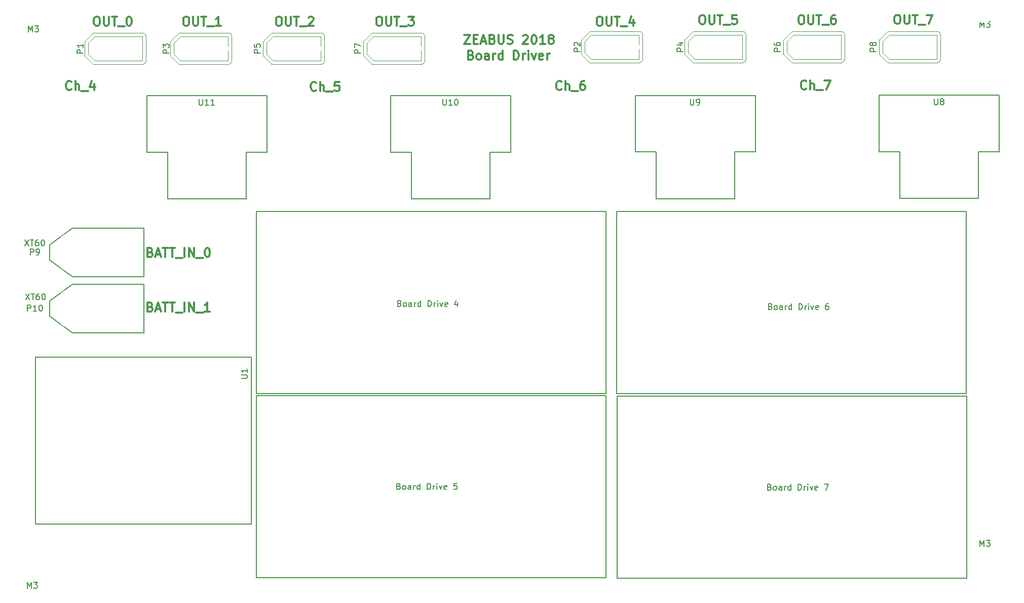
<source format=gto>
G04 #@! TF.FileFunction,Legend,Top*
%FSLAX46Y46*%
G04 Gerber Fmt 4.6, Leading zero omitted, Abs format (unit mm)*
G04 Created by KiCad (PCBNEW 4.0.7) date 01/29/18 08:59:29*
%MOMM*%
%LPD*%
G01*
G04 APERTURE LIST*
%ADD10C,0.100000*%
%ADD11C,0.300000*%
%ADD12C,0.150000*%
%ADD13C,2.900000*%
%ADD14C,3.400000*%
%ADD15C,3.092400*%
%ADD16R,1.924000X1.924000*%
%ADD17C,1.924000*%
%ADD18C,7.004000*%
%ADD19C,3.956000*%
%ADD20C,2.584400*%
%ADD21C,3.600000*%
G04 APERTURE END LIST*
D10*
D11*
X124605402Y-58614571D02*
X125605402Y-58614571D01*
X124605402Y-60114571D01*
X125605402Y-60114571D01*
X126176830Y-59328857D02*
X126676830Y-59328857D01*
X126891116Y-60114571D02*
X126176830Y-60114571D01*
X126176830Y-58614571D01*
X126891116Y-58614571D01*
X127462544Y-59686000D02*
X128176830Y-59686000D01*
X127319687Y-60114571D02*
X127819687Y-58614571D01*
X128319687Y-60114571D01*
X129319687Y-59328857D02*
X129533973Y-59400286D01*
X129605401Y-59471714D01*
X129676830Y-59614571D01*
X129676830Y-59828857D01*
X129605401Y-59971714D01*
X129533973Y-60043143D01*
X129391115Y-60114571D01*
X128819687Y-60114571D01*
X128819687Y-58614571D01*
X129319687Y-58614571D01*
X129462544Y-58686000D01*
X129533973Y-58757429D01*
X129605401Y-58900286D01*
X129605401Y-59043143D01*
X129533973Y-59186000D01*
X129462544Y-59257429D01*
X129319687Y-59328857D01*
X128819687Y-59328857D01*
X130319687Y-58614571D02*
X130319687Y-59828857D01*
X130391115Y-59971714D01*
X130462544Y-60043143D01*
X130605401Y-60114571D01*
X130891115Y-60114571D01*
X131033973Y-60043143D01*
X131105401Y-59971714D01*
X131176830Y-59828857D01*
X131176830Y-58614571D01*
X131819687Y-60043143D02*
X132033973Y-60114571D01*
X132391116Y-60114571D01*
X132533973Y-60043143D01*
X132605402Y-59971714D01*
X132676830Y-59828857D01*
X132676830Y-59686000D01*
X132605402Y-59543143D01*
X132533973Y-59471714D01*
X132391116Y-59400286D01*
X132105402Y-59328857D01*
X131962544Y-59257429D01*
X131891116Y-59186000D01*
X131819687Y-59043143D01*
X131819687Y-58900286D01*
X131891116Y-58757429D01*
X131962544Y-58686000D01*
X132105402Y-58614571D01*
X132462544Y-58614571D01*
X132676830Y-58686000D01*
X134391115Y-58757429D02*
X134462544Y-58686000D01*
X134605401Y-58614571D01*
X134962544Y-58614571D01*
X135105401Y-58686000D01*
X135176830Y-58757429D01*
X135248258Y-58900286D01*
X135248258Y-59043143D01*
X135176830Y-59257429D01*
X134319687Y-60114571D01*
X135248258Y-60114571D01*
X136176829Y-58614571D02*
X136319686Y-58614571D01*
X136462543Y-58686000D01*
X136533972Y-58757429D01*
X136605401Y-58900286D01*
X136676829Y-59186000D01*
X136676829Y-59543143D01*
X136605401Y-59828857D01*
X136533972Y-59971714D01*
X136462543Y-60043143D01*
X136319686Y-60114571D01*
X136176829Y-60114571D01*
X136033972Y-60043143D01*
X135962543Y-59971714D01*
X135891115Y-59828857D01*
X135819686Y-59543143D01*
X135819686Y-59186000D01*
X135891115Y-58900286D01*
X135962543Y-58757429D01*
X136033972Y-58686000D01*
X136176829Y-58614571D01*
X138105400Y-60114571D02*
X137248257Y-60114571D01*
X137676829Y-60114571D02*
X137676829Y-58614571D01*
X137533972Y-58828857D01*
X137391114Y-58971714D01*
X137248257Y-59043143D01*
X138962543Y-59257429D02*
X138819685Y-59186000D01*
X138748257Y-59114571D01*
X138676828Y-58971714D01*
X138676828Y-58900286D01*
X138748257Y-58757429D01*
X138819685Y-58686000D01*
X138962543Y-58614571D01*
X139248257Y-58614571D01*
X139391114Y-58686000D01*
X139462543Y-58757429D01*
X139533971Y-58900286D01*
X139533971Y-58971714D01*
X139462543Y-59114571D01*
X139391114Y-59186000D01*
X139248257Y-59257429D01*
X138962543Y-59257429D01*
X138819685Y-59328857D01*
X138748257Y-59400286D01*
X138676828Y-59543143D01*
X138676828Y-59828857D01*
X138748257Y-59971714D01*
X138819685Y-60043143D01*
X138962543Y-60114571D01*
X139248257Y-60114571D01*
X139391114Y-60043143D01*
X139462543Y-59971714D01*
X139533971Y-59828857D01*
X139533971Y-59543143D01*
X139462543Y-59400286D01*
X139391114Y-59328857D01*
X139248257Y-59257429D01*
X93480286Y-55566571D02*
X93766000Y-55566571D01*
X93908858Y-55638000D01*
X94051715Y-55780857D01*
X94123143Y-56066571D01*
X94123143Y-56566571D01*
X94051715Y-56852286D01*
X93908858Y-56995143D01*
X93766000Y-57066571D01*
X93480286Y-57066571D01*
X93337429Y-56995143D01*
X93194572Y-56852286D01*
X93123143Y-56566571D01*
X93123143Y-56066571D01*
X93194572Y-55780857D01*
X93337429Y-55638000D01*
X93480286Y-55566571D01*
X94766001Y-55566571D02*
X94766001Y-56780857D01*
X94837429Y-56923714D01*
X94908858Y-56995143D01*
X95051715Y-57066571D01*
X95337429Y-57066571D01*
X95480287Y-56995143D01*
X95551715Y-56923714D01*
X95623144Y-56780857D01*
X95623144Y-55566571D01*
X96123144Y-55566571D02*
X96980287Y-55566571D01*
X96551716Y-57066571D02*
X96551716Y-55566571D01*
X97123144Y-57209429D02*
X98266001Y-57209429D01*
X98551715Y-55709429D02*
X98623144Y-55638000D01*
X98766001Y-55566571D01*
X99123144Y-55566571D01*
X99266001Y-55638000D01*
X99337430Y-55709429D01*
X99408858Y-55852286D01*
X99408858Y-55995143D01*
X99337430Y-56209429D01*
X98480287Y-57066571D01*
X99408858Y-57066571D01*
X196832886Y-55287171D02*
X197118600Y-55287171D01*
X197261458Y-55358600D01*
X197404315Y-55501457D01*
X197475743Y-55787171D01*
X197475743Y-56287171D01*
X197404315Y-56572886D01*
X197261458Y-56715743D01*
X197118600Y-56787171D01*
X196832886Y-56787171D01*
X196690029Y-56715743D01*
X196547172Y-56572886D01*
X196475743Y-56287171D01*
X196475743Y-55787171D01*
X196547172Y-55501457D01*
X196690029Y-55358600D01*
X196832886Y-55287171D01*
X198118601Y-55287171D02*
X198118601Y-56501457D01*
X198190029Y-56644314D01*
X198261458Y-56715743D01*
X198404315Y-56787171D01*
X198690029Y-56787171D01*
X198832887Y-56715743D01*
X198904315Y-56644314D01*
X198975744Y-56501457D01*
X198975744Y-55287171D01*
X199475744Y-55287171D02*
X200332887Y-55287171D01*
X199904316Y-56787171D02*
X199904316Y-55287171D01*
X200475744Y-56930029D02*
X201618601Y-56930029D01*
X201832887Y-55287171D02*
X202832887Y-55287171D01*
X202190030Y-56787171D01*
X180780086Y-55312571D02*
X181065800Y-55312571D01*
X181208658Y-55384000D01*
X181351515Y-55526857D01*
X181422943Y-55812571D01*
X181422943Y-56312571D01*
X181351515Y-56598286D01*
X181208658Y-56741143D01*
X181065800Y-56812571D01*
X180780086Y-56812571D01*
X180637229Y-56741143D01*
X180494372Y-56598286D01*
X180422943Y-56312571D01*
X180422943Y-55812571D01*
X180494372Y-55526857D01*
X180637229Y-55384000D01*
X180780086Y-55312571D01*
X182065801Y-55312571D02*
X182065801Y-56526857D01*
X182137229Y-56669714D01*
X182208658Y-56741143D01*
X182351515Y-56812571D01*
X182637229Y-56812571D01*
X182780087Y-56741143D01*
X182851515Y-56669714D01*
X182922944Y-56526857D01*
X182922944Y-55312571D01*
X183422944Y-55312571D02*
X184280087Y-55312571D01*
X183851516Y-56812571D02*
X183851516Y-55312571D01*
X184422944Y-56955429D02*
X185565801Y-56955429D01*
X186565801Y-55312571D02*
X186280087Y-55312571D01*
X186137230Y-55384000D01*
X186065801Y-55455429D01*
X185922944Y-55669714D01*
X185851515Y-55955429D01*
X185851515Y-56526857D01*
X185922944Y-56669714D01*
X185994372Y-56741143D01*
X186137230Y-56812571D01*
X186422944Y-56812571D01*
X186565801Y-56741143D01*
X186637230Y-56669714D01*
X186708658Y-56526857D01*
X186708658Y-56169714D01*
X186637230Y-56026857D01*
X186565801Y-55955429D01*
X186422944Y-55884000D01*
X186137230Y-55884000D01*
X185994372Y-55955429D01*
X185922944Y-56026857D01*
X185851515Y-56169714D01*
X164244686Y-55312571D02*
X164530400Y-55312571D01*
X164673258Y-55384000D01*
X164816115Y-55526857D01*
X164887543Y-55812571D01*
X164887543Y-56312571D01*
X164816115Y-56598286D01*
X164673258Y-56741143D01*
X164530400Y-56812571D01*
X164244686Y-56812571D01*
X164101829Y-56741143D01*
X163958972Y-56598286D01*
X163887543Y-56312571D01*
X163887543Y-55812571D01*
X163958972Y-55526857D01*
X164101829Y-55384000D01*
X164244686Y-55312571D01*
X165530401Y-55312571D02*
X165530401Y-56526857D01*
X165601829Y-56669714D01*
X165673258Y-56741143D01*
X165816115Y-56812571D01*
X166101829Y-56812571D01*
X166244687Y-56741143D01*
X166316115Y-56669714D01*
X166387544Y-56526857D01*
X166387544Y-55312571D01*
X166887544Y-55312571D02*
X167744687Y-55312571D01*
X167316116Y-56812571D02*
X167316116Y-55312571D01*
X167887544Y-56955429D02*
X169030401Y-56955429D01*
X170101830Y-55312571D02*
X169387544Y-55312571D01*
X169316115Y-56026857D01*
X169387544Y-55955429D01*
X169530401Y-55884000D01*
X169887544Y-55884000D01*
X170030401Y-55955429D01*
X170101830Y-56026857D01*
X170173258Y-56169714D01*
X170173258Y-56526857D01*
X170101830Y-56669714D01*
X170030401Y-56741143D01*
X169887544Y-56812571D01*
X169530401Y-56812571D01*
X169387544Y-56741143D01*
X169316115Y-56669714D01*
X147074286Y-55566571D02*
X147360000Y-55566571D01*
X147502858Y-55638000D01*
X147645715Y-55780857D01*
X147717143Y-56066571D01*
X147717143Y-56566571D01*
X147645715Y-56852286D01*
X147502858Y-56995143D01*
X147360000Y-57066571D01*
X147074286Y-57066571D01*
X146931429Y-56995143D01*
X146788572Y-56852286D01*
X146717143Y-56566571D01*
X146717143Y-56066571D01*
X146788572Y-55780857D01*
X146931429Y-55638000D01*
X147074286Y-55566571D01*
X148360001Y-55566571D02*
X148360001Y-56780857D01*
X148431429Y-56923714D01*
X148502858Y-56995143D01*
X148645715Y-57066571D01*
X148931429Y-57066571D01*
X149074287Y-56995143D01*
X149145715Y-56923714D01*
X149217144Y-56780857D01*
X149217144Y-55566571D01*
X149717144Y-55566571D02*
X150574287Y-55566571D01*
X150145716Y-57066571D02*
X150145716Y-55566571D01*
X150717144Y-57209429D02*
X151860001Y-57209429D01*
X152860001Y-56066571D02*
X152860001Y-57066571D01*
X152502858Y-55495143D02*
X152145715Y-56566571D01*
X153074287Y-56566571D01*
X110244286Y-55566571D02*
X110530000Y-55566571D01*
X110672858Y-55638000D01*
X110815715Y-55780857D01*
X110887143Y-56066571D01*
X110887143Y-56566571D01*
X110815715Y-56852286D01*
X110672858Y-56995143D01*
X110530000Y-57066571D01*
X110244286Y-57066571D01*
X110101429Y-56995143D01*
X109958572Y-56852286D01*
X109887143Y-56566571D01*
X109887143Y-56066571D01*
X109958572Y-55780857D01*
X110101429Y-55638000D01*
X110244286Y-55566571D01*
X111530001Y-55566571D02*
X111530001Y-56780857D01*
X111601429Y-56923714D01*
X111672858Y-56995143D01*
X111815715Y-57066571D01*
X112101429Y-57066571D01*
X112244287Y-56995143D01*
X112315715Y-56923714D01*
X112387144Y-56780857D01*
X112387144Y-55566571D01*
X112887144Y-55566571D02*
X113744287Y-55566571D01*
X113315716Y-57066571D02*
X113315716Y-55566571D01*
X113887144Y-57209429D02*
X115030001Y-57209429D01*
X115244287Y-55566571D02*
X116172858Y-55566571D01*
X115672858Y-56138000D01*
X115887144Y-56138000D01*
X116030001Y-56209429D01*
X116101430Y-56280857D01*
X116172858Y-56423714D01*
X116172858Y-56780857D01*
X116101430Y-56923714D01*
X116030001Y-56995143D01*
X115887144Y-57066571D01*
X115458572Y-57066571D01*
X115315715Y-56995143D01*
X115244287Y-56923714D01*
X77986286Y-55566571D02*
X78272000Y-55566571D01*
X78414858Y-55638000D01*
X78557715Y-55780857D01*
X78629143Y-56066571D01*
X78629143Y-56566571D01*
X78557715Y-56852286D01*
X78414858Y-56995143D01*
X78272000Y-57066571D01*
X77986286Y-57066571D01*
X77843429Y-56995143D01*
X77700572Y-56852286D01*
X77629143Y-56566571D01*
X77629143Y-56066571D01*
X77700572Y-55780857D01*
X77843429Y-55638000D01*
X77986286Y-55566571D01*
X79272001Y-55566571D02*
X79272001Y-56780857D01*
X79343429Y-56923714D01*
X79414858Y-56995143D01*
X79557715Y-57066571D01*
X79843429Y-57066571D01*
X79986287Y-56995143D01*
X80057715Y-56923714D01*
X80129144Y-56780857D01*
X80129144Y-55566571D01*
X80629144Y-55566571D02*
X81486287Y-55566571D01*
X81057716Y-57066571D02*
X81057716Y-55566571D01*
X81629144Y-57209429D02*
X82772001Y-57209429D01*
X83914858Y-57066571D02*
X83057715Y-57066571D01*
X83486287Y-57066571D02*
X83486287Y-55566571D01*
X83343430Y-55780857D01*
X83200572Y-55923714D01*
X83057715Y-55995143D01*
X63076486Y-55566571D02*
X63362200Y-55566571D01*
X63505058Y-55638000D01*
X63647915Y-55780857D01*
X63719343Y-56066571D01*
X63719343Y-56566571D01*
X63647915Y-56852286D01*
X63505058Y-56995143D01*
X63362200Y-57066571D01*
X63076486Y-57066571D01*
X62933629Y-56995143D01*
X62790772Y-56852286D01*
X62719343Y-56566571D01*
X62719343Y-56066571D01*
X62790772Y-55780857D01*
X62933629Y-55638000D01*
X63076486Y-55566571D01*
X64362201Y-55566571D02*
X64362201Y-56780857D01*
X64433629Y-56923714D01*
X64505058Y-56995143D01*
X64647915Y-57066571D01*
X64933629Y-57066571D01*
X65076487Y-56995143D01*
X65147915Y-56923714D01*
X65219344Y-56780857D01*
X65219344Y-55566571D01*
X65719344Y-55566571D02*
X66576487Y-55566571D01*
X66147916Y-57066571D02*
X66147916Y-55566571D01*
X66719344Y-57209429D02*
X67862201Y-57209429D01*
X68505058Y-55566571D02*
X68647915Y-55566571D01*
X68790772Y-55638000D01*
X68862201Y-55709429D01*
X68933630Y-55852286D01*
X69005058Y-56138000D01*
X69005058Y-56495143D01*
X68933630Y-56780857D01*
X68862201Y-56923714D01*
X68790772Y-56995143D01*
X68647915Y-57066571D01*
X68505058Y-57066571D01*
X68362201Y-56995143D01*
X68290772Y-56923714D01*
X68219344Y-56780857D01*
X68147915Y-56495143D01*
X68147915Y-56138000D01*
X68219344Y-55852286D01*
X68290772Y-55709429D01*
X68362201Y-55638000D01*
X68505058Y-55566571D01*
X181761001Y-67591714D02*
X181689572Y-67663143D01*
X181475286Y-67734571D01*
X181332429Y-67734571D01*
X181118144Y-67663143D01*
X180975286Y-67520286D01*
X180903858Y-67377429D01*
X180832429Y-67091714D01*
X180832429Y-66877429D01*
X180903858Y-66591714D01*
X180975286Y-66448857D01*
X181118144Y-66306000D01*
X181332429Y-66234571D01*
X181475286Y-66234571D01*
X181689572Y-66306000D01*
X181761001Y-66377429D01*
X182403858Y-67734571D02*
X182403858Y-66234571D01*
X183046715Y-67734571D02*
X183046715Y-66948857D01*
X182975286Y-66806000D01*
X182832429Y-66734571D01*
X182618144Y-66734571D01*
X182475286Y-66806000D01*
X182403858Y-66877429D01*
X183403858Y-67877429D02*
X184546715Y-67877429D01*
X184761001Y-66234571D02*
X185761001Y-66234571D01*
X185118144Y-67734571D01*
X140867001Y-67718714D02*
X140795572Y-67790143D01*
X140581286Y-67861571D01*
X140438429Y-67861571D01*
X140224144Y-67790143D01*
X140081286Y-67647286D01*
X140009858Y-67504429D01*
X139938429Y-67218714D01*
X139938429Y-67004429D01*
X140009858Y-66718714D01*
X140081286Y-66575857D01*
X140224144Y-66433000D01*
X140438429Y-66361571D01*
X140581286Y-66361571D01*
X140795572Y-66433000D01*
X140867001Y-66504429D01*
X141509858Y-67861571D02*
X141509858Y-66361571D01*
X142152715Y-67861571D02*
X142152715Y-67075857D01*
X142081286Y-66933000D01*
X141938429Y-66861571D01*
X141724144Y-66861571D01*
X141581286Y-66933000D01*
X141509858Y-67004429D01*
X142509858Y-68004429D02*
X143652715Y-68004429D01*
X144652715Y-66361571D02*
X144367001Y-66361571D01*
X144224144Y-66433000D01*
X144152715Y-66504429D01*
X144009858Y-66718714D01*
X143938429Y-67004429D01*
X143938429Y-67575857D01*
X144009858Y-67718714D01*
X144081286Y-67790143D01*
X144224144Y-67861571D01*
X144509858Y-67861571D01*
X144652715Y-67790143D01*
X144724144Y-67718714D01*
X144795572Y-67575857D01*
X144795572Y-67218714D01*
X144724144Y-67075857D01*
X144652715Y-67004429D01*
X144509858Y-66933000D01*
X144224144Y-66933000D01*
X144081286Y-67004429D01*
X144009858Y-67075857D01*
X143938429Y-67218714D01*
X99846001Y-67845714D02*
X99774572Y-67917143D01*
X99560286Y-67988571D01*
X99417429Y-67988571D01*
X99203144Y-67917143D01*
X99060286Y-67774286D01*
X98988858Y-67631429D01*
X98917429Y-67345714D01*
X98917429Y-67131429D01*
X98988858Y-66845714D01*
X99060286Y-66702857D01*
X99203144Y-66560000D01*
X99417429Y-66488571D01*
X99560286Y-66488571D01*
X99774572Y-66560000D01*
X99846001Y-66631429D01*
X100488858Y-67988571D02*
X100488858Y-66488571D01*
X101131715Y-67988571D02*
X101131715Y-67202857D01*
X101060286Y-67060000D01*
X100917429Y-66988571D01*
X100703144Y-66988571D01*
X100560286Y-67060000D01*
X100488858Y-67131429D01*
X101488858Y-68131429D02*
X102631715Y-68131429D01*
X103703144Y-66488571D02*
X102988858Y-66488571D01*
X102917429Y-67202857D01*
X102988858Y-67131429D01*
X103131715Y-67060000D01*
X103488858Y-67060000D01*
X103631715Y-67131429D01*
X103703144Y-67202857D01*
X103774572Y-67345714D01*
X103774572Y-67702857D01*
X103703144Y-67845714D01*
X103631715Y-67917143D01*
X103488858Y-67988571D01*
X103131715Y-67988571D01*
X102988858Y-67917143D01*
X102917429Y-67845714D01*
X58952001Y-67718714D02*
X58880572Y-67790143D01*
X58666286Y-67861571D01*
X58523429Y-67861571D01*
X58309144Y-67790143D01*
X58166286Y-67647286D01*
X58094858Y-67504429D01*
X58023429Y-67218714D01*
X58023429Y-67004429D01*
X58094858Y-66718714D01*
X58166286Y-66575857D01*
X58309144Y-66433000D01*
X58523429Y-66361571D01*
X58666286Y-66361571D01*
X58880572Y-66433000D01*
X58952001Y-66504429D01*
X59594858Y-67861571D02*
X59594858Y-66361571D01*
X60237715Y-67861571D02*
X60237715Y-67075857D01*
X60166286Y-66933000D01*
X60023429Y-66861571D01*
X59809144Y-66861571D01*
X59666286Y-66933000D01*
X59594858Y-67004429D01*
X60594858Y-68004429D02*
X61737715Y-68004429D01*
X62737715Y-66861571D02*
X62737715Y-67861571D01*
X62380572Y-66290143D02*
X62023429Y-67361571D01*
X62952001Y-67361571D01*
X72156429Y-95015857D02*
X72370715Y-95087286D01*
X72442143Y-95158714D01*
X72513572Y-95301571D01*
X72513572Y-95515857D01*
X72442143Y-95658714D01*
X72370715Y-95730143D01*
X72227857Y-95801571D01*
X71656429Y-95801571D01*
X71656429Y-94301571D01*
X72156429Y-94301571D01*
X72299286Y-94373000D01*
X72370715Y-94444429D01*
X72442143Y-94587286D01*
X72442143Y-94730143D01*
X72370715Y-94873000D01*
X72299286Y-94944429D01*
X72156429Y-95015857D01*
X71656429Y-95015857D01*
X73085000Y-95373000D02*
X73799286Y-95373000D01*
X72942143Y-95801571D02*
X73442143Y-94301571D01*
X73942143Y-95801571D01*
X74227857Y-94301571D02*
X75085000Y-94301571D01*
X74656429Y-95801571D02*
X74656429Y-94301571D01*
X75370714Y-94301571D02*
X76227857Y-94301571D01*
X75799286Y-95801571D02*
X75799286Y-94301571D01*
X76370714Y-95944429D02*
X77513571Y-95944429D01*
X77870714Y-95801571D02*
X77870714Y-94301571D01*
X78585000Y-95801571D02*
X78585000Y-94301571D01*
X79442143Y-95801571D01*
X79442143Y-94301571D01*
X79799286Y-95944429D02*
X80942143Y-95944429D01*
X81585000Y-94301571D02*
X81727857Y-94301571D01*
X81870714Y-94373000D01*
X81942143Y-94444429D01*
X82013572Y-94587286D01*
X82085000Y-94873000D01*
X82085000Y-95230143D01*
X82013572Y-95515857D01*
X81942143Y-95658714D01*
X81870714Y-95730143D01*
X81727857Y-95801571D01*
X81585000Y-95801571D01*
X81442143Y-95730143D01*
X81370714Y-95658714D01*
X81299286Y-95515857D01*
X81227857Y-95230143D01*
X81227857Y-94873000D01*
X81299286Y-94587286D01*
X81370714Y-94444429D01*
X81442143Y-94373000D01*
X81585000Y-94301571D01*
X72156429Y-104159857D02*
X72370715Y-104231286D01*
X72442143Y-104302714D01*
X72513572Y-104445571D01*
X72513572Y-104659857D01*
X72442143Y-104802714D01*
X72370715Y-104874143D01*
X72227857Y-104945571D01*
X71656429Y-104945571D01*
X71656429Y-103445571D01*
X72156429Y-103445571D01*
X72299286Y-103517000D01*
X72370715Y-103588429D01*
X72442143Y-103731286D01*
X72442143Y-103874143D01*
X72370715Y-104017000D01*
X72299286Y-104088429D01*
X72156429Y-104159857D01*
X71656429Y-104159857D01*
X73085000Y-104517000D02*
X73799286Y-104517000D01*
X72942143Y-104945571D02*
X73442143Y-103445571D01*
X73942143Y-104945571D01*
X74227857Y-103445571D02*
X75085000Y-103445571D01*
X74656429Y-104945571D02*
X74656429Y-103445571D01*
X75370714Y-103445571D02*
X76227857Y-103445571D01*
X75799286Y-104945571D02*
X75799286Y-103445571D01*
X76370714Y-105088429D02*
X77513571Y-105088429D01*
X77870714Y-104945571D02*
X77870714Y-103445571D01*
X78585000Y-104945571D02*
X78585000Y-103445571D01*
X79442143Y-104945571D01*
X79442143Y-103445571D01*
X79799286Y-105088429D02*
X80942143Y-105088429D01*
X82085000Y-104945571D02*
X81227857Y-104945571D01*
X81656429Y-104945571D02*
X81656429Y-103445571D01*
X81513572Y-103659857D01*
X81370714Y-103802714D01*
X81227857Y-103874143D01*
X125713315Y-61995857D02*
X125927601Y-62067286D01*
X125999029Y-62138714D01*
X126070458Y-62281571D01*
X126070458Y-62495857D01*
X125999029Y-62638714D01*
X125927601Y-62710143D01*
X125784743Y-62781571D01*
X125213315Y-62781571D01*
X125213315Y-61281571D01*
X125713315Y-61281571D01*
X125856172Y-61353000D01*
X125927601Y-61424429D01*
X125999029Y-61567286D01*
X125999029Y-61710143D01*
X125927601Y-61853000D01*
X125856172Y-61924429D01*
X125713315Y-61995857D01*
X125213315Y-61995857D01*
X126927601Y-62781571D02*
X126784743Y-62710143D01*
X126713315Y-62638714D01*
X126641886Y-62495857D01*
X126641886Y-62067286D01*
X126713315Y-61924429D01*
X126784743Y-61853000D01*
X126927601Y-61781571D01*
X127141886Y-61781571D01*
X127284743Y-61853000D01*
X127356172Y-61924429D01*
X127427601Y-62067286D01*
X127427601Y-62495857D01*
X127356172Y-62638714D01*
X127284743Y-62710143D01*
X127141886Y-62781571D01*
X126927601Y-62781571D01*
X128713315Y-62781571D02*
X128713315Y-61995857D01*
X128641886Y-61853000D01*
X128499029Y-61781571D01*
X128213315Y-61781571D01*
X128070458Y-61853000D01*
X128713315Y-62710143D02*
X128570458Y-62781571D01*
X128213315Y-62781571D01*
X128070458Y-62710143D01*
X127999029Y-62567286D01*
X127999029Y-62424429D01*
X128070458Y-62281571D01*
X128213315Y-62210143D01*
X128570458Y-62210143D01*
X128713315Y-62138714D01*
X129427601Y-62781571D02*
X129427601Y-61781571D01*
X129427601Y-62067286D02*
X129499029Y-61924429D01*
X129570458Y-61853000D01*
X129713315Y-61781571D01*
X129856172Y-61781571D01*
X130999029Y-62781571D02*
X130999029Y-61281571D01*
X130999029Y-62710143D02*
X130856172Y-62781571D01*
X130570458Y-62781571D01*
X130427600Y-62710143D01*
X130356172Y-62638714D01*
X130284743Y-62495857D01*
X130284743Y-62067286D01*
X130356172Y-61924429D01*
X130427600Y-61853000D01*
X130570458Y-61781571D01*
X130856172Y-61781571D01*
X130999029Y-61853000D01*
X132856172Y-62781571D02*
X132856172Y-61281571D01*
X133213315Y-61281571D01*
X133427600Y-61353000D01*
X133570458Y-61495857D01*
X133641886Y-61638714D01*
X133713315Y-61924429D01*
X133713315Y-62138714D01*
X133641886Y-62424429D01*
X133570458Y-62567286D01*
X133427600Y-62710143D01*
X133213315Y-62781571D01*
X132856172Y-62781571D01*
X134356172Y-62781571D02*
X134356172Y-61781571D01*
X134356172Y-62067286D02*
X134427600Y-61924429D01*
X134499029Y-61853000D01*
X134641886Y-61781571D01*
X134784743Y-61781571D01*
X135284743Y-62781571D02*
X135284743Y-61781571D01*
X135284743Y-61281571D02*
X135213314Y-61353000D01*
X135284743Y-61424429D01*
X135356171Y-61353000D01*
X135284743Y-61281571D01*
X135284743Y-61424429D01*
X135856172Y-61781571D02*
X136213315Y-62781571D01*
X136570457Y-61781571D01*
X137713314Y-62710143D02*
X137570457Y-62781571D01*
X137284743Y-62781571D01*
X137141886Y-62710143D01*
X137070457Y-62567286D01*
X137070457Y-61995857D01*
X137141886Y-61853000D01*
X137284743Y-61781571D01*
X137570457Y-61781571D01*
X137713314Y-61853000D01*
X137784743Y-61995857D01*
X137784743Y-62138714D01*
X137070457Y-62281571D01*
X138427600Y-62781571D02*
X138427600Y-61781571D01*
X138427600Y-62067286D02*
X138499028Y-61924429D01*
X138570457Y-61853000D01*
X138713314Y-61781571D01*
X138856171Y-61781571D01*
D12*
X88980651Y-140492737D02*
X88980651Y-112552737D01*
X52912651Y-140492737D02*
X88980651Y-140492737D01*
X52912651Y-112552737D02*
X88980651Y-112552737D01*
X52912651Y-140492737D02*
X52912651Y-112552737D01*
X71553800Y-68760000D02*
X91663800Y-68760000D01*
X71553800Y-78230000D02*
X75063800Y-78230000D01*
X71553800Y-68760000D02*
X71553800Y-78230000D01*
X75063800Y-86040000D02*
X75063800Y-78230000D01*
X75063800Y-86040000D02*
X88143800Y-86040000D01*
X88143800Y-86040000D02*
X88143800Y-78230000D01*
X88143800Y-78230000D02*
X91663800Y-78230000D01*
X91663800Y-68760000D02*
X91663800Y-78230000D01*
X59156600Y-99060000D02*
X71094600Y-99060000D01*
X55346600Y-93726000D02*
X55346600Y-96266000D01*
X71094600Y-90932000D02*
X59156600Y-90932000D01*
X55346600Y-96266000D02*
X59156600Y-99060000D01*
X59156600Y-90932000D02*
X55346600Y-93726000D01*
X71094600Y-90932000D02*
X71094600Y-99060000D01*
D10*
X85732100Y-63058420D02*
X85732100Y-58808420D01*
X85232100Y-58308420D02*
X76940283Y-58308420D01*
X76926264Y-58314155D02*
X75488081Y-59727542D01*
X75482100Y-59741806D02*
X75482100Y-62125034D01*
X75488081Y-62139298D02*
X76926264Y-63552685D01*
X76940283Y-63558420D02*
X85232100Y-63558420D01*
X76926264Y-58314155D02*
G75*
G02X76940283Y-58308420I14019J-14265D01*
G01*
X75482100Y-59741807D02*
G75*
G02X75488081Y-59727542I20000J1D01*
G01*
X75488081Y-62139299D02*
G75*
G02X75482100Y-62125034I14019J14265D01*
G01*
X85732100Y-63058420D02*
G75*
G02X85232100Y-63558420I-500000J0D01*
G01*
X76082100Y-59985010D02*
X76082100Y-61881830D01*
X85132100Y-58908420D02*
X77177577Y-58908420D01*
X76082100Y-61881830D02*
X77177577Y-62958420D01*
X85132100Y-62958420D02*
X82278321Y-62958420D01*
X77185760Y-62958420D02*
X85112100Y-62958420D01*
X76082100Y-59985010D02*
X77177577Y-58908420D01*
X85132100Y-58908420D02*
X85132100Y-62958420D01*
X77607727Y-60067033D02*
G75*
G02X78107100Y-59933420I499373J-866387D01*
G01*
X78107100Y-61933420D02*
G75*
G02X77607100Y-61799445I0J1000000D01*
G01*
X83234100Y-61933420D02*
G75*
G02X83234100Y-59933420I0J1000000D01*
G01*
X83733473Y-61799807D02*
G75*
G02X83234100Y-61933420I-499373J866387D01*
G01*
X83234100Y-59933420D02*
G75*
G02X83734100Y-60067395I0J-1000000D01*
G01*
X78107100Y-59933420D02*
G75*
G02X78107100Y-61933420I0J-1000000D01*
G01*
X77607100Y-61799446D02*
G75*
G02X77607100Y-60067395I500000J866026D01*
G01*
X83734100Y-60067394D02*
G75*
G02X83734100Y-61799445I-500000J-866026D01*
G01*
X85232100Y-58308420D02*
G75*
G02X85732100Y-58808420I0J-500000D01*
G01*
X85732100Y-63058420D02*
G75*
G02X85232100Y-63558420I-500000J0D01*
G01*
X85732100Y-63058420D02*
G75*
G02X85232100Y-63558420I-500000J0D01*
G01*
X76940283Y-63558421D02*
G75*
G02X76926264Y-63552685I0J20001D01*
G01*
X75488081Y-62139299D02*
G75*
G02X75482100Y-62125034I14019J14265D01*
G01*
X75482100Y-59741807D02*
G75*
G02X75488081Y-59727542I20000J1D01*
G01*
X76926264Y-58314155D02*
G75*
G02X76940283Y-58308420I14019J-14265D01*
G01*
X83234100Y-61933420D02*
G75*
G02X83234100Y-59933420I0J1000000D01*
G01*
X83733473Y-61799807D02*
G75*
G02X83234100Y-61933420I-499373J866387D01*
G01*
X83234100Y-59933420D02*
G75*
G02X83734100Y-60067395I0J-1000000D01*
G01*
X78107100Y-59933420D02*
G75*
G02X78107100Y-61933420I0J-1000000D01*
G01*
X77607100Y-61799446D02*
G75*
G02X77607100Y-60067395I500000J866026D01*
G01*
X83734100Y-60067394D02*
G75*
G02X83734100Y-61799445I-500000J-866026D01*
G01*
X85232100Y-58308420D02*
G75*
G02X85732100Y-58808420I0J-500000D01*
G01*
X85732100Y-63058420D02*
G75*
G02X85232100Y-63558420I-500000J0D01*
G01*
X85732100Y-63058420D02*
G75*
G02X85232100Y-63558420I-500000J0D01*
G01*
X76940283Y-63558421D02*
G75*
G02X76926264Y-63552685I0J20001D01*
G01*
X75488081Y-62139299D02*
G75*
G02X75482100Y-62125034I14019J14265D01*
G01*
X75482100Y-59741807D02*
G75*
G02X75488081Y-59727542I20000J1D01*
G01*
X76926264Y-58314155D02*
G75*
G02X76940283Y-58308420I14019J-14265D01*
G01*
X85732100Y-63058420D02*
X85732100Y-58808420D01*
X85232100Y-58308420D02*
X76940283Y-58308420D01*
X76926264Y-58314155D02*
X75488081Y-59727542D01*
X75482100Y-59741806D02*
X75482100Y-62125034D01*
X75488081Y-62139298D02*
X76926264Y-63552685D01*
X76940283Y-63558420D02*
X85232100Y-63558420D01*
X76926264Y-58314155D02*
G75*
G02X76940283Y-58308420I14019J-14265D01*
G01*
X75482100Y-59741807D02*
G75*
G02X75488081Y-59727542I20000J1D01*
G01*
X75488081Y-62139299D02*
G75*
G02X75482100Y-62125034I14019J14265D01*
G01*
X85732100Y-63058420D02*
G75*
G02X85232100Y-63558420I-500000J0D01*
G01*
X76082100Y-59985010D02*
X76082100Y-61881830D01*
X85132100Y-58908420D02*
X77177577Y-58908420D01*
X76082100Y-61881830D02*
X77177577Y-62958420D01*
X85132100Y-62958420D02*
X82278321Y-62958420D01*
X77185760Y-62958420D02*
X85112100Y-62958420D01*
X76082100Y-59985010D02*
X77177577Y-58908420D01*
X85132100Y-58908420D02*
X85132100Y-62958420D01*
X77607727Y-60067033D02*
G75*
G02X78107100Y-59933420I499373J-866387D01*
G01*
X78107100Y-61933420D02*
G75*
G02X77607100Y-61799445I0J1000000D01*
G01*
X101226100Y-63033020D02*
X101226100Y-58783020D01*
X100726100Y-58283020D02*
X92434283Y-58283020D01*
X92420264Y-58288755D02*
X90982081Y-59702142D01*
X90976100Y-59716406D02*
X90976100Y-62099634D01*
X90982081Y-62113898D02*
X92420264Y-63527285D01*
X92434283Y-63533020D02*
X100726100Y-63533020D01*
X92420264Y-58288755D02*
G75*
G02X92434283Y-58283020I14019J-14265D01*
G01*
X90976100Y-59716407D02*
G75*
G02X90982081Y-59702142I20000J1D01*
G01*
X90982081Y-62113899D02*
G75*
G02X90976100Y-62099634I14019J14265D01*
G01*
X101226100Y-63033020D02*
G75*
G02X100726100Y-63533020I-500000J0D01*
G01*
X91576100Y-59959610D02*
X91576100Y-61856430D01*
X100626100Y-58883020D02*
X92671577Y-58883020D01*
X91576100Y-61856430D02*
X92671577Y-62933020D01*
X100626100Y-62933020D02*
X97772321Y-62933020D01*
X92679760Y-62933020D02*
X100606100Y-62933020D01*
X91576100Y-59959610D02*
X92671577Y-58883020D01*
X100626100Y-58883020D02*
X100626100Y-62933020D01*
X93101727Y-60041633D02*
G75*
G02X93601100Y-59908020I499373J-866387D01*
G01*
X93601100Y-61908020D02*
G75*
G02X93101100Y-61774045I0J1000000D01*
G01*
X98728100Y-61908020D02*
G75*
G02X98728100Y-59908020I0J1000000D01*
G01*
X99227473Y-61774407D02*
G75*
G02X98728100Y-61908020I-499373J866387D01*
G01*
X98728100Y-59908020D02*
G75*
G02X99228100Y-60041995I0J-1000000D01*
G01*
X93601100Y-59908020D02*
G75*
G02X93601100Y-61908020I0J-1000000D01*
G01*
X93101100Y-61774046D02*
G75*
G02X93101100Y-60041995I500000J866026D01*
G01*
X99228100Y-60041994D02*
G75*
G02X99228100Y-61774045I-500000J-866026D01*
G01*
X100726100Y-58283020D02*
G75*
G02X101226100Y-58783020I0J-500000D01*
G01*
X101226100Y-63033020D02*
G75*
G02X100726100Y-63533020I-500000J0D01*
G01*
X101226100Y-63033020D02*
G75*
G02X100726100Y-63533020I-500000J0D01*
G01*
X92434283Y-63533021D02*
G75*
G02X92420264Y-63527285I0J20001D01*
G01*
X90982081Y-62113899D02*
G75*
G02X90976100Y-62099634I14019J14265D01*
G01*
X90976100Y-59716407D02*
G75*
G02X90982081Y-59702142I20000J1D01*
G01*
X92420264Y-58288755D02*
G75*
G02X92434283Y-58283020I14019J-14265D01*
G01*
X98728100Y-61908020D02*
G75*
G02X98728100Y-59908020I0J1000000D01*
G01*
X99227473Y-61774407D02*
G75*
G02X98728100Y-61908020I-499373J866387D01*
G01*
X98728100Y-59908020D02*
G75*
G02X99228100Y-60041995I0J-1000000D01*
G01*
X93601100Y-59908020D02*
G75*
G02X93601100Y-61908020I0J-1000000D01*
G01*
X93101100Y-61774046D02*
G75*
G02X93101100Y-60041995I500000J866026D01*
G01*
X99228100Y-60041994D02*
G75*
G02X99228100Y-61774045I-500000J-866026D01*
G01*
X100726100Y-58283020D02*
G75*
G02X101226100Y-58783020I0J-500000D01*
G01*
X101226100Y-63033020D02*
G75*
G02X100726100Y-63533020I-500000J0D01*
G01*
X101226100Y-63033020D02*
G75*
G02X100726100Y-63533020I-500000J0D01*
G01*
X92434283Y-63533021D02*
G75*
G02X92420264Y-63527285I0J20001D01*
G01*
X90982081Y-62113899D02*
G75*
G02X90976100Y-62099634I14019J14265D01*
G01*
X90976100Y-59716407D02*
G75*
G02X90982081Y-59702142I20000J1D01*
G01*
X92420264Y-58288755D02*
G75*
G02X92434283Y-58283020I14019J-14265D01*
G01*
X101226100Y-63033020D02*
X101226100Y-58783020D01*
X100726100Y-58283020D02*
X92434283Y-58283020D01*
X92420264Y-58288755D02*
X90982081Y-59702142D01*
X90976100Y-59716406D02*
X90976100Y-62099634D01*
X90982081Y-62113898D02*
X92420264Y-63527285D01*
X92434283Y-63533020D02*
X100726100Y-63533020D01*
X92420264Y-58288755D02*
G75*
G02X92434283Y-58283020I14019J-14265D01*
G01*
X90976100Y-59716407D02*
G75*
G02X90982081Y-59702142I20000J1D01*
G01*
X90982081Y-62113899D02*
G75*
G02X90976100Y-62099634I14019J14265D01*
G01*
X101226100Y-63033020D02*
G75*
G02X100726100Y-63533020I-500000J0D01*
G01*
X91576100Y-59959610D02*
X91576100Y-61856430D01*
X100626100Y-58883020D02*
X92671577Y-58883020D01*
X91576100Y-61856430D02*
X92671577Y-62933020D01*
X100626100Y-62933020D02*
X97772321Y-62933020D01*
X92679760Y-62933020D02*
X100606100Y-62933020D01*
X91576100Y-59959610D02*
X92671577Y-58883020D01*
X100626100Y-58883020D02*
X100626100Y-62933020D01*
X93101727Y-60041633D02*
G75*
G02X93601100Y-59908020I499373J-866387D01*
G01*
X93601100Y-61908020D02*
G75*
G02X93101100Y-61774045I0J1000000D01*
G01*
D12*
X208506942Y-118614262D02*
X208506942Y-88134262D01*
X208506942Y-118614262D02*
X150086942Y-118614262D01*
X208506942Y-88134262D02*
X150086942Y-88134262D01*
X150086942Y-118614262D02*
X150086942Y-88134262D01*
D10*
X154388300Y-62779020D02*
X154388300Y-58529020D01*
X153888300Y-58029020D02*
X145596483Y-58029020D01*
X145582464Y-58034755D02*
X144144281Y-59448142D01*
X144138300Y-59462406D02*
X144138300Y-61845634D01*
X144144281Y-61859898D02*
X145582464Y-63273285D01*
X145596483Y-63279020D02*
X153888300Y-63279020D01*
X145582464Y-58034755D02*
G75*
G02X145596483Y-58029020I14019J-14265D01*
G01*
X144138300Y-59462407D02*
G75*
G02X144144281Y-59448142I20000J1D01*
G01*
X144144281Y-61859899D02*
G75*
G02X144138300Y-61845634I14019J14265D01*
G01*
X154388300Y-62779020D02*
G75*
G02X153888300Y-63279020I-500000J0D01*
G01*
X144738300Y-59705610D02*
X144738300Y-61602430D01*
X153788300Y-58629020D02*
X145833777Y-58629020D01*
X144738300Y-61602430D02*
X145833777Y-62679020D01*
X153788300Y-62679020D02*
X150934521Y-62679020D01*
X145841960Y-62679020D02*
X153768300Y-62679020D01*
X144738300Y-59705610D02*
X145833777Y-58629020D01*
X153788300Y-58629020D02*
X153788300Y-62679020D01*
X146263927Y-59787633D02*
G75*
G02X146763300Y-59654020I499373J-866387D01*
G01*
X146763300Y-61654020D02*
G75*
G02X146263300Y-61520045I0J1000000D01*
G01*
X151890300Y-61654020D02*
G75*
G02X151890300Y-59654020I0J1000000D01*
G01*
X152389673Y-61520407D02*
G75*
G02X151890300Y-61654020I-499373J866387D01*
G01*
X151890300Y-59654020D02*
G75*
G02X152390300Y-59787995I0J-1000000D01*
G01*
X146763300Y-59654020D02*
G75*
G02X146763300Y-61654020I0J-1000000D01*
G01*
X146263300Y-61520046D02*
G75*
G02X146263300Y-59787995I500000J866026D01*
G01*
X152390300Y-59787994D02*
G75*
G02X152390300Y-61520045I-500000J-866026D01*
G01*
X153888300Y-58029020D02*
G75*
G02X154388300Y-58529020I0J-500000D01*
G01*
X154388300Y-62779020D02*
G75*
G02X153888300Y-63279020I-500000J0D01*
G01*
X154388300Y-62779020D02*
G75*
G02X153888300Y-63279020I-500000J0D01*
G01*
X145596483Y-63279021D02*
G75*
G02X145582464Y-63273285I0J20001D01*
G01*
X144144281Y-61859899D02*
G75*
G02X144138300Y-61845634I14019J14265D01*
G01*
X144138300Y-59462407D02*
G75*
G02X144144281Y-59448142I20000J1D01*
G01*
X145582464Y-58034755D02*
G75*
G02X145596483Y-58029020I14019J-14265D01*
G01*
X151890300Y-61654020D02*
G75*
G02X151890300Y-59654020I0J1000000D01*
G01*
X152389673Y-61520407D02*
G75*
G02X151890300Y-61654020I-499373J866387D01*
G01*
X151890300Y-59654020D02*
G75*
G02X152390300Y-59787995I0J-1000000D01*
G01*
X146763300Y-59654020D02*
G75*
G02X146763300Y-61654020I0J-1000000D01*
G01*
X146263300Y-61520046D02*
G75*
G02X146263300Y-59787995I500000J866026D01*
G01*
X152390300Y-59787994D02*
G75*
G02X152390300Y-61520045I-500000J-866026D01*
G01*
X153888300Y-58029020D02*
G75*
G02X154388300Y-58529020I0J-500000D01*
G01*
X154388300Y-62779020D02*
G75*
G02X153888300Y-63279020I-500000J0D01*
G01*
X154388300Y-62779020D02*
G75*
G02X153888300Y-63279020I-500000J0D01*
G01*
X145596483Y-63279021D02*
G75*
G02X145582464Y-63273285I0J20001D01*
G01*
X144144281Y-61859899D02*
G75*
G02X144138300Y-61845634I14019J14265D01*
G01*
X144138300Y-59462407D02*
G75*
G02X144144281Y-59448142I20000J1D01*
G01*
X145582464Y-58034755D02*
G75*
G02X145596483Y-58029020I14019J-14265D01*
G01*
X154388300Y-62779020D02*
X154388300Y-58529020D01*
X153888300Y-58029020D02*
X145596483Y-58029020D01*
X145582464Y-58034755D02*
X144144281Y-59448142D01*
X144138300Y-59462406D02*
X144138300Y-61845634D01*
X144144281Y-61859898D02*
X145582464Y-63273285D01*
X145596483Y-63279020D02*
X153888300Y-63279020D01*
X145582464Y-58034755D02*
G75*
G02X145596483Y-58029020I14019J-14265D01*
G01*
X144138300Y-59462407D02*
G75*
G02X144144281Y-59448142I20000J1D01*
G01*
X144144281Y-61859899D02*
G75*
G02X144138300Y-61845634I14019J14265D01*
G01*
X154388300Y-62779020D02*
G75*
G02X153888300Y-63279020I-500000J0D01*
G01*
X144738300Y-59705610D02*
X144738300Y-61602430D01*
X153788300Y-58629020D02*
X145833777Y-58629020D01*
X144738300Y-61602430D02*
X145833777Y-62679020D01*
X153788300Y-62679020D02*
X150934521Y-62679020D01*
X145841960Y-62679020D02*
X153768300Y-62679020D01*
X144738300Y-59705610D02*
X145833777Y-58629020D01*
X153788300Y-58629020D02*
X153788300Y-62679020D01*
X146263927Y-59787633D02*
G75*
G02X146763300Y-59654020I499373J-866387D01*
G01*
X146763300Y-61654020D02*
G75*
G02X146263300Y-61520045I0J1000000D01*
G01*
D12*
X153149000Y-68745000D02*
X173259000Y-68745000D01*
X153149000Y-78215000D02*
X156659000Y-78215000D01*
X153149000Y-68745000D02*
X153149000Y-78215000D01*
X156659000Y-86025000D02*
X156659000Y-78215000D01*
X156659000Y-86025000D02*
X169739000Y-86025000D01*
X169739000Y-86025000D02*
X169739000Y-78215000D01*
X169739000Y-78215000D02*
X173259000Y-78215000D01*
X173259000Y-68745000D02*
X173259000Y-78215000D01*
D10*
X71381100Y-63058420D02*
X71381100Y-58808420D01*
X70881100Y-58308420D02*
X62589283Y-58308420D01*
X62575264Y-58314155D02*
X61137081Y-59727542D01*
X61131100Y-59741806D02*
X61131100Y-62125034D01*
X61137081Y-62139298D02*
X62575264Y-63552685D01*
X62589283Y-63558420D02*
X70881100Y-63558420D01*
X62575264Y-58314155D02*
G75*
G02X62589283Y-58308420I14019J-14265D01*
G01*
X61131100Y-59741807D02*
G75*
G02X61137081Y-59727542I20000J1D01*
G01*
X61137081Y-62139299D02*
G75*
G02X61131100Y-62125034I14019J14265D01*
G01*
X71381100Y-63058420D02*
G75*
G02X70881100Y-63558420I-500000J0D01*
G01*
X61731100Y-59985010D02*
X61731100Y-61881830D01*
X70781100Y-58908420D02*
X62826577Y-58908420D01*
X61731100Y-61881830D02*
X62826577Y-62958420D01*
X70781100Y-62958420D02*
X67927321Y-62958420D01*
X62834760Y-62958420D02*
X70761100Y-62958420D01*
X61731100Y-59985010D02*
X62826577Y-58908420D01*
X70781100Y-58908420D02*
X70781100Y-62958420D01*
X63256727Y-60067033D02*
G75*
G02X63756100Y-59933420I499373J-866387D01*
G01*
X63756100Y-61933420D02*
G75*
G02X63256100Y-61799445I0J1000000D01*
G01*
X68883100Y-61933420D02*
G75*
G02X68883100Y-59933420I0J1000000D01*
G01*
X69382473Y-61799807D02*
G75*
G02X68883100Y-61933420I-499373J866387D01*
G01*
X68883100Y-59933420D02*
G75*
G02X69383100Y-60067395I0J-1000000D01*
G01*
X63756100Y-59933420D02*
G75*
G02X63756100Y-61933420I0J-1000000D01*
G01*
X63256100Y-61799446D02*
G75*
G02X63256100Y-60067395I500000J866026D01*
G01*
X69383100Y-60067394D02*
G75*
G02X69383100Y-61799445I-500000J-866026D01*
G01*
X70881100Y-58308420D02*
G75*
G02X71381100Y-58808420I0J-500000D01*
G01*
X71381100Y-63058420D02*
G75*
G02X70881100Y-63558420I-500000J0D01*
G01*
X71381100Y-63058420D02*
G75*
G02X70881100Y-63558420I-500000J0D01*
G01*
X62589283Y-63558421D02*
G75*
G02X62575264Y-63552685I0J20001D01*
G01*
X61137081Y-62139299D02*
G75*
G02X61131100Y-62125034I14019J14265D01*
G01*
X61131100Y-59741807D02*
G75*
G02X61137081Y-59727542I20000J1D01*
G01*
X62575264Y-58314155D02*
G75*
G02X62589283Y-58308420I14019J-14265D01*
G01*
X68883100Y-61933420D02*
G75*
G02X68883100Y-59933420I0J1000000D01*
G01*
X69382473Y-61799807D02*
G75*
G02X68883100Y-61933420I-499373J866387D01*
G01*
X68883100Y-59933420D02*
G75*
G02X69383100Y-60067395I0J-1000000D01*
G01*
X63756100Y-59933420D02*
G75*
G02X63756100Y-61933420I0J-1000000D01*
G01*
X63256100Y-61799446D02*
G75*
G02X63256100Y-60067395I500000J866026D01*
G01*
X69383100Y-60067394D02*
G75*
G02X69383100Y-61799445I-500000J-866026D01*
G01*
X70881100Y-58308420D02*
G75*
G02X71381100Y-58808420I0J-500000D01*
G01*
X71381100Y-63058420D02*
G75*
G02X70881100Y-63558420I-500000J0D01*
G01*
X71381100Y-63058420D02*
G75*
G02X70881100Y-63558420I-500000J0D01*
G01*
X62589283Y-63558421D02*
G75*
G02X62575264Y-63552685I0J20001D01*
G01*
X61137081Y-62139299D02*
G75*
G02X61131100Y-62125034I14019J14265D01*
G01*
X61131100Y-59741807D02*
G75*
G02X61137081Y-59727542I20000J1D01*
G01*
X62575264Y-58314155D02*
G75*
G02X62589283Y-58308420I14019J-14265D01*
G01*
X71381100Y-63058420D02*
X71381100Y-58808420D01*
X70881100Y-58308420D02*
X62589283Y-58308420D01*
X62575264Y-58314155D02*
X61137081Y-59727542D01*
X61131100Y-59741806D02*
X61131100Y-62125034D01*
X61137081Y-62139298D02*
X62575264Y-63552685D01*
X62589283Y-63558420D02*
X70881100Y-63558420D01*
X62575264Y-58314155D02*
G75*
G02X62589283Y-58308420I14019J-14265D01*
G01*
X61131100Y-59741807D02*
G75*
G02X61137081Y-59727542I20000J1D01*
G01*
X61137081Y-62139299D02*
G75*
G02X61131100Y-62125034I14019J14265D01*
G01*
X71381100Y-63058420D02*
G75*
G02X70881100Y-63558420I-500000J0D01*
G01*
X61731100Y-59985010D02*
X61731100Y-61881830D01*
X70781100Y-58908420D02*
X62826577Y-58908420D01*
X61731100Y-61881830D02*
X62826577Y-62958420D01*
X70781100Y-62958420D02*
X67927321Y-62958420D01*
X62834760Y-62958420D02*
X70761100Y-62958420D01*
X61731100Y-59985010D02*
X62826577Y-58908420D01*
X70781100Y-58908420D02*
X70781100Y-62958420D01*
X63256727Y-60067033D02*
G75*
G02X63756100Y-59933420I499373J-866387D01*
G01*
X63756100Y-61933420D02*
G75*
G02X63256100Y-61799445I0J1000000D01*
G01*
X171634900Y-62779020D02*
X171634900Y-58529020D01*
X171134900Y-58029020D02*
X162843083Y-58029020D01*
X162829064Y-58034755D02*
X161390881Y-59448142D01*
X161384900Y-59462406D02*
X161384900Y-61845634D01*
X161390881Y-61859898D02*
X162829064Y-63273285D01*
X162843083Y-63279020D02*
X171134900Y-63279020D01*
X162829064Y-58034755D02*
G75*
G02X162843083Y-58029020I14019J-14265D01*
G01*
X161384900Y-59462407D02*
G75*
G02X161390881Y-59448142I20000J1D01*
G01*
X161390881Y-61859899D02*
G75*
G02X161384900Y-61845634I14019J14265D01*
G01*
X171634900Y-62779020D02*
G75*
G02X171134900Y-63279020I-500000J0D01*
G01*
X161984900Y-59705610D02*
X161984900Y-61602430D01*
X171034900Y-58629020D02*
X163080377Y-58629020D01*
X161984900Y-61602430D02*
X163080377Y-62679020D01*
X171034900Y-62679020D02*
X168181121Y-62679020D01*
X163088560Y-62679020D02*
X171014900Y-62679020D01*
X161984900Y-59705610D02*
X163080377Y-58629020D01*
X171034900Y-58629020D02*
X171034900Y-62679020D01*
X163510527Y-59787633D02*
G75*
G02X164009900Y-59654020I499373J-866387D01*
G01*
X164009900Y-61654020D02*
G75*
G02X163509900Y-61520045I0J1000000D01*
G01*
X169136900Y-61654020D02*
G75*
G02X169136900Y-59654020I0J1000000D01*
G01*
X169636273Y-61520407D02*
G75*
G02X169136900Y-61654020I-499373J866387D01*
G01*
X169136900Y-59654020D02*
G75*
G02X169636900Y-59787995I0J-1000000D01*
G01*
X164009900Y-59654020D02*
G75*
G02X164009900Y-61654020I0J-1000000D01*
G01*
X163509900Y-61520046D02*
G75*
G02X163509900Y-59787995I500000J866026D01*
G01*
X169636900Y-59787994D02*
G75*
G02X169636900Y-61520045I-500000J-866026D01*
G01*
X171134900Y-58029020D02*
G75*
G02X171634900Y-58529020I0J-500000D01*
G01*
X171634900Y-62779020D02*
G75*
G02X171134900Y-63279020I-500000J0D01*
G01*
X171634900Y-62779020D02*
G75*
G02X171134900Y-63279020I-500000J0D01*
G01*
X162843083Y-63279021D02*
G75*
G02X162829064Y-63273285I0J20001D01*
G01*
X161390881Y-61859899D02*
G75*
G02X161384900Y-61845634I14019J14265D01*
G01*
X161384900Y-59462407D02*
G75*
G02X161390881Y-59448142I20000J1D01*
G01*
X162829064Y-58034755D02*
G75*
G02X162843083Y-58029020I14019J-14265D01*
G01*
X169136900Y-61654020D02*
G75*
G02X169136900Y-59654020I0J1000000D01*
G01*
X169636273Y-61520407D02*
G75*
G02X169136900Y-61654020I-499373J866387D01*
G01*
X169136900Y-59654020D02*
G75*
G02X169636900Y-59787995I0J-1000000D01*
G01*
X164009900Y-59654020D02*
G75*
G02X164009900Y-61654020I0J-1000000D01*
G01*
X163509900Y-61520046D02*
G75*
G02X163509900Y-59787995I500000J866026D01*
G01*
X169636900Y-59787994D02*
G75*
G02X169636900Y-61520045I-500000J-866026D01*
G01*
X171134900Y-58029020D02*
G75*
G02X171634900Y-58529020I0J-500000D01*
G01*
X171634900Y-62779020D02*
G75*
G02X171134900Y-63279020I-500000J0D01*
G01*
X171634900Y-62779020D02*
G75*
G02X171134900Y-63279020I-500000J0D01*
G01*
X162843083Y-63279021D02*
G75*
G02X162829064Y-63273285I0J20001D01*
G01*
X161390881Y-61859899D02*
G75*
G02X161384900Y-61845634I14019J14265D01*
G01*
X161384900Y-59462407D02*
G75*
G02X161390881Y-59448142I20000J1D01*
G01*
X162829064Y-58034755D02*
G75*
G02X162843083Y-58029020I14019J-14265D01*
G01*
X171634900Y-62779020D02*
X171634900Y-58529020D01*
X171134900Y-58029020D02*
X162843083Y-58029020D01*
X162829064Y-58034755D02*
X161390881Y-59448142D01*
X161384900Y-59462406D02*
X161384900Y-61845634D01*
X161390881Y-61859898D02*
X162829064Y-63273285D01*
X162843083Y-63279020D02*
X171134900Y-63279020D01*
X162829064Y-58034755D02*
G75*
G02X162843083Y-58029020I14019J-14265D01*
G01*
X161384900Y-59462407D02*
G75*
G02X161390881Y-59448142I20000J1D01*
G01*
X161390881Y-61859899D02*
G75*
G02X161384900Y-61845634I14019J14265D01*
G01*
X171634900Y-62779020D02*
G75*
G02X171134900Y-63279020I-500000J0D01*
G01*
X161984900Y-59705610D02*
X161984900Y-61602430D01*
X171034900Y-58629020D02*
X163080377Y-58629020D01*
X161984900Y-61602430D02*
X163080377Y-62679020D01*
X171034900Y-62679020D02*
X168181121Y-62679020D01*
X163088560Y-62679020D02*
X171014900Y-62679020D01*
X161984900Y-59705610D02*
X163080377Y-58629020D01*
X171034900Y-58629020D02*
X171034900Y-62679020D01*
X163510527Y-59787633D02*
G75*
G02X164009900Y-59654020I499373J-866387D01*
G01*
X164009900Y-61654020D02*
G75*
G02X163509900Y-61520045I0J1000000D01*
G01*
X188119500Y-62779020D02*
X188119500Y-58529020D01*
X187619500Y-58029020D02*
X179327683Y-58029020D01*
X179313664Y-58034755D02*
X177875481Y-59448142D01*
X177869500Y-59462406D02*
X177869500Y-61845634D01*
X177875481Y-61859898D02*
X179313664Y-63273285D01*
X179327683Y-63279020D02*
X187619500Y-63279020D01*
X179313664Y-58034755D02*
G75*
G02X179327683Y-58029020I14019J-14265D01*
G01*
X177869500Y-59462407D02*
G75*
G02X177875481Y-59448142I20000J1D01*
G01*
X177875481Y-61859899D02*
G75*
G02X177869500Y-61845634I14019J14265D01*
G01*
X188119500Y-62779020D02*
G75*
G02X187619500Y-63279020I-500000J0D01*
G01*
X178469500Y-59705610D02*
X178469500Y-61602430D01*
X187519500Y-58629020D02*
X179564977Y-58629020D01*
X178469500Y-61602430D02*
X179564977Y-62679020D01*
X187519500Y-62679020D02*
X184665721Y-62679020D01*
X179573160Y-62679020D02*
X187499500Y-62679020D01*
X178469500Y-59705610D02*
X179564977Y-58629020D01*
X187519500Y-58629020D02*
X187519500Y-62679020D01*
X179995127Y-59787633D02*
G75*
G02X180494500Y-59654020I499373J-866387D01*
G01*
X180494500Y-61654020D02*
G75*
G02X179994500Y-61520045I0J1000000D01*
G01*
X185621500Y-61654020D02*
G75*
G02X185621500Y-59654020I0J1000000D01*
G01*
X186120873Y-61520407D02*
G75*
G02X185621500Y-61654020I-499373J866387D01*
G01*
X185621500Y-59654020D02*
G75*
G02X186121500Y-59787995I0J-1000000D01*
G01*
X180494500Y-59654020D02*
G75*
G02X180494500Y-61654020I0J-1000000D01*
G01*
X179994500Y-61520046D02*
G75*
G02X179994500Y-59787995I500000J866026D01*
G01*
X186121500Y-59787994D02*
G75*
G02X186121500Y-61520045I-500000J-866026D01*
G01*
X187619500Y-58029020D02*
G75*
G02X188119500Y-58529020I0J-500000D01*
G01*
X188119500Y-62779020D02*
G75*
G02X187619500Y-63279020I-500000J0D01*
G01*
X188119500Y-62779020D02*
G75*
G02X187619500Y-63279020I-500000J0D01*
G01*
X179327683Y-63279021D02*
G75*
G02X179313664Y-63273285I0J20001D01*
G01*
X177875481Y-61859899D02*
G75*
G02X177869500Y-61845634I14019J14265D01*
G01*
X177869500Y-59462407D02*
G75*
G02X177875481Y-59448142I20000J1D01*
G01*
X179313664Y-58034755D02*
G75*
G02X179327683Y-58029020I14019J-14265D01*
G01*
X185621500Y-61654020D02*
G75*
G02X185621500Y-59654020I0J1000000D01*
G01*
X186120873Y-61520407D02*
G75*
G02X185621500Y-61654020I-499373J866387D01*
G01*
X185621500Y-59654020D02*
G75*
G02X186121500Y-59787995I0J-1000000D01*
G01*
X180494500Y-59654020D02*
G75*
G02X180494500Y-61654020I0J-1000000D01*
G01*
X179994500Y-61520046D02*
G75*
G02X179994500Y-59787995I500000J866026D01*
G01*
X186121500Y-59787994D02*
G75*
G02X186121500Y-61520045I-500000J-866026D01*
G01*
X187619500Y-58029020D02*
G75*
G02X188119500Y-58529020I0J-500000D01*
G01*
X188119500Y-62779020D02*
G75*
G02X187619500Y-63279020I-500000J0D01*
G01*
X188119500Y-62779020D02*
G75*
G02X187619500Y-63279020I-500000J0D01*
G01*
X179327683Y-63279021D02*
G75*
G02X179313664Y-63273285I0J20001D01*
G01*
X177875481Y-61859899D02*
G75*
G02X177869500Y-61845634I14019J14265D01*
G01*
X177869500Y-59462407D02*
G75*
G02X177875481Y-59448142I20000J1D01*
G01*
X179313664Y-58034755D02*
G75*
G02X179327683Y-58029020I14019J-14265D01*
G01*
X188119500Y-62779020D02*
X188119500Y-58529020D01*
X187619500Y-58029020D02*
X179327683Y-58029020D01*
X179313664Y-58034755D02*
X177875481Y-59448142D01*
X177869500Y-59462406D02*
X177869500Y-61845634D01*
X177875481Y-61859898D02*
X179313664Y-63273285D01*
X179327683Y-63279020D02*
X187619500Y-63279020D01*
X179313664Y-58034755D02*
G75*
G02X179327683Y-58029020I14019J-14265D01*
G01*
X177869500Y-59462407D02*
G75*
G02X177875481Y-59448142I20000J1D01*
G01*
X177875481Y-61859899D02*
G75*
G02X177869500Y-61845634I14019J14265D01*
G01*
X188119500Y-62779020D02*
G75*
G02X187619500Y-63279020I-500000J0D01*
G01*
X178469500Y-59705610D02*
X178469500Y-61602430D01*
X187519500Y-58629020D02*
X179564977Y-58629020D01*
X178469500Y-61602430D02*
X179564977Y-62679020D01*
X187519500Y-62679020D02*
X184665721Y-62679020D01*
X179573160Y-62679020D02*
X187499500Y-62679020D01*
X178469500Y-59705610D02*
X179564977Y-58629020D01*
X187519500Y-58629020D02*
X187519500Y-62679020D01*
X179995127Y-59787633D02*
G75*
G02X180494500Y-59654020I499373J-866387D01*
G01*
X180494500Y-61654020D02*
G75*
G02X179994500Y-61520045I0J1000000D01*
G01*
X117990100Y-63033020D02*
X117990100Y-58783020D01*
X117490100Y-58283020D02*
X109198283Y-58283020D01*
X109184264Y-58288755D02*
X107746081Y-59702142D01*
X107740100Y-59716406D02*
X107740100Y-62099634D01*
X107746081Y-62113898D02*
X109184264Y-63527285D01*
X109198283Y-63533020D02*
X117490100Y-63533020D01*
X109184264Y-58288755D02*
G75*
G02X109198283Y-58283020I14019J-14265D01*
G01*
X107740100Y-59716407D02*
G75*
G02X107746081Y-59702142I20000J1D01*
G01*
X107746081Y-62113899D02*
G75*
G02X107740100Y-62099634I14019J14265D01*
G01*
X117990100Y-63033020D02*
G75*
G02X117490100Y-63533020I-500000J0D01*
G01*
X108340100Y-59959610D02*
X108340100Y-61856430D01*
X117390100Y-58883020D02*
X109435577Y-58883020D01*
X108340100Y-61856430D02*
X109435577Y-62933020D01*
X117390100Y-62933020D02*
X114536321Y-62933020D01*
X109443760Y-62933020D02*
X117370100Y-62933020D01*
X108340100Y-59959610D02*
X109435577Y-58883020D01*
X117390100Y-58883020D02*
X117390100Y-62933020D01*
X109865727Y-60041633D02*
G75*
G02X110365100Y-59908020I499373J-866387D01*
G01*
X110365100Y-61908020D02*
G75*
G02X109865100Y-61774045I0J1000000D01*
G01*
X115492100Y-61908020D02*
G75*
G02X115492100Y-59908020I0J1000000D01*
G01*
X115991473Y-61774407D02*
G75*
G02X115492100Y-61908020I-499373J866387D01*
G01*
X115492100Y-59908020D02*
G75*
G02X115992100Y-60041995I0J-1000000D01*
G01*
X110365100Y-59908020D02*
G75*
G02X110365100Y-61908020I0J-1000000D01*
G01*
X109865100Y-61774046D02*
G75*
G02X109865100Y-60041995I500000J866026D01*
G01*
X115992100Y-60041994D02*
G75*
G02X115992100Y-61774045I-500000J-866026D01*
G01*
X117490100Y-58283020D02*
G75*
G02X117990100Y-58783020I0J-500000D01*
G01*
X117990100Y-63033020D02*
G75*
G02X117490100Y-63533020I-500000J0D01*
G01*
X117990100Y-63033020D02*
G75*
G02X117490100Y-63533020I-500000J0D01*
G01*
X109198283Y-63533021D02*
G75*
G02X109184264Y-63527285I0J20001D01*
G01*
X107746081Y-62113899D02*
G75*
G02X107740100Y-62099634I14019J14265D01*
G01*
X107740100Y-59716407D02*
G75*
G02X107746081Y-59702142I20000J1D01*
G01*
X109184264Y-58288755D02*
G75*
G02X109198283Y-58283020I14019J-14265D01*
G01*
X115492100Y-61908020D02*
G75*
G02X115492100Y-59908020I0J1000000D01*
G01*
X115991473Y-61774407D02*
G75*
G02X115492100Y-61908020I-499373J866387D01*
G01*
X115492100Y-59908020D02*
G75*
G02X115992100Y-60041995I0J-1000000D01*
G01*
X110365100Y-59908020D02*
G75*
G02X110365100Y-61908020I0J-1000000D01*
G01*
X109865100Y-61774046D02*
G75*
G02X109865100Y-60041995I500000J866026D01*
G01*
X115992100Y-60041994D02*
G75*
G02X115992100Y-61774045I-500000J-866026D01*
G01*
X117490100Y-58283020D02*
G75*
G02X117990100Y-58783020I0J-500000D01*
G01*
X117990100Y-63033020D02*
G75*
G02X117490100Y-63533020I-500000J0D01*
G01*
X117990100Y-63033020D02*
G75*
G02X117490100Y-63533020I-500000J0D01*
G01*
X109198283Y-63533021D02*
G75*
G02X109184264Y-63527285I0J20001D01*
G01*
X107746081Y-62113899D02*
G75*
G02X107740100Y-62099634I14019J14265D01*
G01*
X107740100Y-59716407D02*
G75*
G02X107746081Y-59702142I20000J1D01*
G01*
X109184264Y-58288755D02*
G75*
G02X109198283Y-58283020I14019J-14265D01*
G01*
X117990100Y-63033020D02*
X117990100Y-58783020D01*
X117490100Y-58283020D02*
X109198283Y-58283020D01*
X109184264Y-58288755D02*
X107746081Y-59702142D01*
X107740100Y-59716406D02*
X107740100Y-62099634D01*
X107746081Y-62113898D02*
X109184264Y-63527285D01*
X109198283Y-63533020D02*
X117490100Y-63533020D01*
X109184264Y-58288755D02*
G75*
G02X109198283Y-58283020I14019J-14265D01*
G01*
X107740100Y-59716407D02*
G75*
G02X107746081Y-59702142I20000J1D01*
G01*
X107746081Y-62113899D02*
G75*
G02X107740100Y-62099634I14019J14265D01*
G01*
X117990100Y-63033020D02*
G75*
G02X117490100Y-63533020I-500000J0D01*
G01*
X108340100Y-59959610D02*
X108340100Y-61856430D01*
X117390100Y-58883020D02*
X109435577Y-58883020D01*
X108340100Y-61856430D02*
X109435577Y-62933020D01*
X117390100Y-62933020D02*
X114536321Y-62933020D01*
X109443760Y-62933020D02*
X117370100Y-62933020D01*
X108340100Y-59959610D02*
X109435577Y-58883020D01*
X117390100Y-58883020D02*
X117390100Y-62933020D01*
X109865727Y-60041633D02*
G75*
G02X110365100Y-59908020I499373J-866387D01*
G01*
X110365100Y-61908020D02*
G75*
G02X109865100Y-61774045I0J1000000D01*
G01*
X204146900Y-62779020D02*
X204146900Y-58529020D01*
X203646900Y-58029020D02*
X195355083Y-58029020D01*
X195341064Y-58034755D02*
X193902881Y-59448142D01*
X193896900Y-59462406D02*
X193896900Y-61845634D01*
X193902881Y-61859898D02*
X195341064Y-63273285D01*
X195355083Y-63279020D02*
X203646900Y-63279020D01*
X195341064Y-58034755D02*
G75*
G02X195355083Y-58029020I14019J-14265D01*
G01*
X193896900Y-59462407D02*
G75*
G02X193902881Y-59448142I20000J1D01*
G01*
X193902881Y-61859899D02*
G75*
G02X193896900Y-61845634I14019J14265D01*
G01*
X204146900Y-62779020D02*
G75*
G02X203646900Y-63279020I-500000J0D01*
G01*
X194496900Y-59705610D02*
X194496900Y-61602430D01*
X203546900Y-58629020D02*
X195592377Y-58629020D01*
X194496900Y-61602430D02*
X195592377Y-62679020D01*
X203546900Y-62679020D02*
X200693121Y-62679020D01*
X195600560Y-62679020D02*
X203526900Y-62679020D01*
X194496900Y-59705610D02*
X195592377Y-58629020D01*
X203546900Y-58629020D02*
X203546900Y-62679020D01*
X196022527Y-59787633D02*
G75*
G02X196521900Y-59654020I499373J-866387D01*
G01*
X196521900Y-61654020D02*
G75*
G02X196021900Y-61520045I0J1000000D01*
G01*
X201648900Y-61654020D02*
G75*
G02X201648900Y-59654020I0J1000000D01*
G01*
X202148273Y-61520407D02*
G75*
G02X201648900Y-61654020I-499373J866387D01*
G01*
X201648900Y-59654020D02*
G75*
G02X202148900Y-59787995I0J-1000000D01*
G01*
X196521900Y-59654020D02*
G75*
G02X196521900Y-61654020I0J-1000000D01*
G01*
X196021900Y-61520046D02*
G75*
G02X196021900Y-59787995I500000J866026D01*
G01*
X202148900Y-59787994D02*
G75*
G02X202148900Y-61520045I-500000J-866026D01*
G01*
X203646900Y-58029020D02*
G75*
G02X204146900Y-58529020I0J-500000D01*
G01*
X204146900Y-62779020D02*
G75*
G02X203646900Y-63279020I-500000J0D01*
G01*
X204146900Y-62779020D02*
G75*
G02X203646900Y-63279020I-500000J0D01*
G01*
X195355083Y-63279021D02*
G75*
G02X195341064Y-63273285I0J20001D01*
G01*
X193902881Y-61859899D02*
G75*
G02X193896900Y-61845634I14019J14265D01*
G01*
X193896900Y-59462407D02*
G75*
G02X193902881Y-59448142I20000J1D01*
G01*
X195341064Y-58034755D02*
G75*
G02X195355083Y-58029020I14019J-14265D01*
G01*
X201648900Y-61654020D02*
G75*
G02X201648900Y-59654020I0J1000000D01*
G01*
X202148273Y-61520407D02*
G75*
G02X201648900Y-61654020I-499373J866387D01*
G01*
X201648900Y-59654020D02*
G75*
G02X202148900Y-59787995I0J-1000000D01*
G01*
X196521900Y-59654020D02*
G75*
G02X196521900Y-61654020I0J-1000000D01*
G01*
X196021900Y-61520046D02*
G75*
G02X196021900Y-59787995I500000J866026D01*
G01*
X202148900Y-59787994D02*
G75*
G02X202148900Y-61520045I-500000J-866026D01*
G01*
X203646900Y-58029020D02*
G75*
G02X204146900Y-58529020I0J-500000D01*
G01*
X204146900Y-62779020D02*
G75*
G02X203646900Y-63279020I-500000J0D01*
G01*
X204146900Y-62779020D02*
G75*
G02X203646900Y-63279020I-500000J0D01*
G01*
X195355083Y-63279021D02*
G75*
G02X195341064Y-63273285I0J20001D01*
G01*
X193902881Y-61859899D02*
G75*
G02X193896900Y-61845634I14019J14265D01*
G01*
X193896900Y-59462407D02*
G75*
G02X193902881Y-59448142I20000J1D01*
G01*
X195341064Y-58034755D02*
G75*
G02X195355083Y-58029020I14019J-14265D01*
G01*
X204146900Y-62779020D02*
X204146900Y-58529020D01*
X203646900Y-58029020D02*
X195355083Y-58029020D01*
X195341064Y-58034755D02*
X193902881Y-59448142D01*
X193896900Y-59462406D02*
X193896900Y-61845634D01*
X193902881Y-61859898D02*
X195341064Y-63273285D01*
X195355083Y-63279020D02*
X203646900Y-63279020D01*
X195341064Y-58034755D02*
G75*
G02X195355083Y-58029020I14019J-14265D01*
G01*
X193896900Y-59462407D02*
G75*
G02X193902881Y-59448142I20000J1D01*
G01*
X193902881Y-61859899D02*
G75*
G02X193896900Y-61845634I14019J14265D01*
G01*
X204146900Y-62779020D02*
G75*
G02X203646900Y-63279020I-500000J0D01*
G01*
X194496900Y-59705610D02*
X194496900Y-61602430D01*
X203546900Y-58629020D02*
X195592377Y-58629020D01*
X194496900Y-61602430D02*
X195592377Y-62679020D01*
X203546900Y-62679020D02*
X200693121Y-62679020D01*
X195600560Y-62679020D02*
X203526900Y-62679020D01*
X194496900Y-59705610D02*
X195592377Y-58629020D01*
X203546900Y-58629020D02*
X203546900Y-62679020D01*
X196022527Y-59787633D02*
G75*
G02X196521900Y-59654020I499373J-866387D01*
G01*
X196521900Y-61654020D02*
G75*
G02X196021900Y-61520045I0J1000000D01*
G01*
D12*
X59156600Y-108458000D02*
X71094600Y-108458000D01*
X55346600Y-103124000D02*
X55346600Y-105664000D01*
X71094600Y-100330000D02*
X59156600Y-100330000D01*
X55346600Y-105664000D02*
X59156600Y-108458000D01*
X59156600Y-100330000D02*
X55346600Y-103124000D01*
X71094600Y-100330000D02*
X71094600Y-108458000D01*
X148297641Y-118617775D02*
X148297641Y-88137775D01*
X148297641Y-118617775D02*
X89877641Y-118617775D01*
X148297641Y-88137775D02*
X89877641Y-88137775D01*
X89877641Y-118617775D02*
X89877641Y-88137775D01*
X89876157Y-119001065D02*
X89876157Y-149481065D01*
X89876157Y-119001065D02*
X148296157Y-119001065D01*
X89876157Y-149481065D02*
X148296157Y-149481065D01*
X148296157Y-119001065D02*
X148296157Y-149481065D01*
X150164800Y-119075200D02*
X150164800Y-149555200D01*
X150164800Y-119075200D02*
X208584800Y-119075200D01*
X150164800Y-149555200D02*
X208584800Y-149555200D01*
X208584800Y-119075200D02*
X208584800Y-149555200D01*
X112271200Y-68765200D02*
X132381200Y-68765200D01*
X112271200Y-78235200D02*
X115781200Y-78235200D01*
X112271200Y-68765200D02*
X112271200Y-78235200D01*
X115781200Y-86045200D02*
X115781200Y-78235200D01*
X115781200Y-86045200D02*
X128861200Y-86045200D01*
X128861200Y-86045200D02*
X128861200Y-78235200D01*
X128861200Y-78235200D02*
X132381200Y-78235200D01*
X132381200Y-68765200D02*
X132381200Y-78235200D01*
X193906800Y-68714400D02*
X214016800Y-68714400D01*
X193906800Y-78184400D02*
X197416800Y-78184400D01*
X193906800Y-68714400D02*
X193906800Y-78184400D01*
X197416800Y-85994400D02*
X197416800Y-78184400D01*
X197416800Y-85994400D02*
X210496800Y-85994400D01*
X210496800Y-85994400D02*
X210496800Y-78184400D01*
X210496800Y-78184400D02*
X214016800Y-78184400D01*
X214016800Y-68714400D02*
X214016800Y-78184400D01*
X87322356Y-116103652D02*
X88131880Y-116103652D01*
X88227118Y-116056033D01*
X88274737Y-116008414D01*
X88322356Y-115913176D01*
X88322356Y-115722699D01*
X88274737Y-115627461D01*
X88227118Y-115579842D01*
X88131880Y-115532223D01*
X87322356Y-115532223D01*
X88322356Y-114532223D02*
X88322356Y-115103652D01*
X88322356Y-114817938D02*
X87322356Y-114817938D01*
X87465213Y-114913176D01*
X87560451Y-115008414D01*
X87608070Y-115103652D01*
X80309705Y-69373381D02*
X80309705Y-70182905D01*
X80357324Y-70278143D01*
X80404943Y-70325762D01*
X80500181Y-70373381D01*
X80690658Y-70373381D01*
X80785896Y-70325762D01*
X80833515Y-70278143D01*
X80881134Y-70182905D01*
X80881134Y-69373381D01*
X81881134Y-70373381D02*
X81309705Y-70373381D01*
X81595419Y-70373381D02*
X81595419Y-69373381D01*
X81500181Y-69516238D01*
X81404943Y-69611476D01*
X81309705Y-69659095D01*
X82833515Y-70373381D02*
X82262086Y-70373381D01*
X82547800Y-70373381D02*
X82547800Y-69373381D01*
X82452562Y-69516238D01*
X82357324Y-69611476D01*
X82262086Y-69659095D01*
X52093905Y-95448381D02*
X52093905Y-94448381D01*
X52474858Y-94448381D01*
X52570096Y-94496000D01*
X52617715Y-94543619D01*
X52665334Y-94638857D01*
X52665334Y-94781714D01*
X52617715Y-94876952D01*
X52570096Y-94924571D01*
X52474858Y-94972190D01*
X52093905Y-94972190D01*
X53141524Y-95448381D02*
X53332000Y-95448381D01*
X53427239Y-95400762D01*
X53474858Y-95353143D01*
X53570096Y-95210286D01*
X53617715Y-95019810D01*
X53617715Y-94638857D01*
X53570096Y-94543619D01*
X53522477Y-94496000D01*
X53427239Y-94448381D01*
X53236762Y-94448381D01*
X53141524Y-94496000D01*
X53093905Y-94543619D01*
X53046286Y-94638857D01*
X53046286Y-94876952D01*
X53093905Y-94972190D01*
X53141524Y-95019810D01*
X53236762Y-95067429D01*
X53427239Y-95067429D01*
X53522477Y-95019810D01*
X53570096Y-94972190D01*
X53617715Y-94876952D01*
X51165333Y-92924381D02*
X51832000Y-93924381D01*
X51832000Y-92924381D02*
X51165333Y-93924381D01*
X52070095Y-92924381D02*
X52641524Y-92924381D01*
X52355809Y-93924381D02*
X52355809Y-92924381D01*
X53403429Y-92924381D02*
X53212952Y-92924381D01*
X53117714Y-92972000D01*
X53070095Y-93019619D01*
X52974857Y-93162476D01*
X52927238Y-93352952D01*
X52927238Y-93733905D01*
X52974857Y-93829143D01*
X53022476Y-93876762D01*
X53117714Y-93924381D01*
X53308191Y-93924381D01*
X53403429Y-93876762D01*
X53451048Y-93829143D01*
X53498667Y-93733905D01*
X53498667Y-93495810D01*
X53451048Y-93400571D01*
X53403429Y-93352952D01*
X53308191Y-93305333D01*
X53117714Y-93305333D01*
X53022476Y-93352952D01*
X52974857Y-93400571D01*
X52927238Y-93495810D01*
X54117714Y-92924381D02*
X54212953Y-92924381D01*
X54308191Y-92972000D01*
X54355810Y-93019619D01*
X54403429Y-93114857D01*
X54451048Y-93305333D01*
X54451048Y-93543429D01*
X54403429Y-93733905D01*
X54355810Y-93829143D01*
X54308191Y-93876762D01*
X54212953Y-93924381D01*
X54117714Y-93924381D01*
X54022476Y-93876762D01*
X53974857Y-93829143D01*
X53927238Y-93733905D01*
X53879619Y-93543429D01*
X53879619Y-93305333D01*
X53927238Y-93114857D01*
X53974857Y-93019619D01*
X54022476Y-92972000D01*
X54117714Y-92924381D01*
X75255381Y-61672695D02*
X74255381Y-61672695D01*
X74255381Y-61291742D01*
X74303000Y-61196504D01*
X74350619Y-61148885D01*
X74445857Y-61101266D01*
X74588714Y-61101266D01*
X74683952Y-61148885D01*
X74731571Y-61196504D01*
X74779190Y-61291742D01*
X74779190Y-61672695D01*
X74255381Y-60767933D02*
X74255381Y-60148885D01*
X74636333Y-60482219D01*
X74636333Y-60339361D01*
X74683952Y-60244123D01*
X74731571Y-60196504D01*
X74826810Y-60148885D01*
X75064905Y-60148885D01*
X75160143Y-60196504D01*
X75207762Y-60244123D01*
X75255381Y-60339361D01*
X75255381Y-60625076D01*
X75207762Y-60720314D01*
X75160143Y-60767933D01*
X90495381Y-61647295D02*
X89495381Y-61647295D01*
X89495381Y-61266342D01*
X89543000Y-61171104D01*
X89590619Y-61123485D01*
X89685857Y-61075866D01*
X89828714Y-61075866D01*
X89923952Y-61123485D01*
X89971571Y-61171104D01*
X90019190Y-61266342D01*
X90019190Y-61647295D01*
X89495381Y-60171104D02*
X89495381Y-60647295D01*
X89971571Y-60694914D01*
X89923952Y-60647295D01*
X89876333Y-60552057D01*
X89876333Y-60313961D01*
X89923952Y-60218723D01*
X89971571Y-60171104D01*
X90066810Y-60123485D01*
X90304905Y-60123485D01*
X90400143Y-60171104D01*
X90447762Y-60218723D01*
X90495381Y-60313961D01*
X90495381Y-60552057D01*
X90447762Y-60647295D01*
X90400143Y-60694914D01*
X175751124Y-104068571D02*
X175893981Y-104116190D01*
X175941600Y-104163810D01*
X175989219Y-104259048D01*
X175989219Y-104401905D01*
X175941600Y-104497143D01*
X175893981Y-104544762D01*
X175798743Y-104592381D01*
X175417790Y-104592381D01*
X175417790Y-103592381D01*
X175751124Y-103592381D01*
X175846362Y-103640000D01*
X175893981Y-103687619D01*
X175941600Y-103782857D01*
X175941600Y-103878095D01*
X175893981Y-103973333D01*
X175846362Y-104020952D01*
X175751124Y-104068571D01*
X175417790Y-104068571D01*
X176560647Y-104592381D02*
X176465409Y-104544762D01*
X176417790Y-104497143D01*
X176370171Y-104401905D01*
X176370171Y-104116190D01*
X176417790Y-104020952D01*
X176465409Y-103973333D01*
X176560647Y-103925714D01*
X176703505Y-103925714D01*
X176798743Y-103973333D01*
X176846362Y-104020952D01*
X176893981Y-104116190D01*
X176893981Y-104401905D01*
X176846362Y-104497143D01*
X176798743Y-104544762D01*
X176703505Y-104592381D01*
X176560647Y-104592381D01*
X177751124Y-104592381D02*
X177751124Y-104068571D01*
X177703505Y-103973333D01*
X177608267Y-103925714D01*
X177417790Y-103925714D01*
X177322552Y-103973333D01*
X177751124Y-104544762D02*
X177655886Y-104592381D01*
X177417790Y-104592381D01*
X177322552Y-104544762D01*
X177274933Y-104449524D01*
X177274933Y-104354286D01*
X177322552Y-104259048D01*
X177417790Y-104211429D01*
X177655886Y-104211429D01*
X177751124Y-104163810D01*
X178227314Y-104592381D02*
X178227314Y-103925714D01*
X178227314Y-104116190D02*
X178274933Y-104020952D01*
X178322552Y-103973333D01*
X178417790Y-103925714D01*
X178513029Y-103925714D01*
X179274934Y-104592381D02*
X179274934Y-103592381D01*
X179274934Y-104544762D02*
X179179696Y-104592381D01*
X178989219Y-104592381D01*
X178893981Y-104544762D01*
X178846362Y-104497143D01*
X178798743Y-104401905D01*
X178798743Y-104116190D01*
X178846362Y-104020952D01*
X178893981Y-103973333D01*
X178989219Y-103925714D01*
X179179696Y-103925714D01*
X179274934Y-103973333D01*
X180513029Y-104592381D02*
X180513029Y-103592381D01*
X180751124Y-103592381D01*
X180893982Y-103640000D01*
X180989220Y-103735238D01*
X181036839Y-103830476D01*
X181084458Y-104020952D01*
X181084458Y-104163810D01*
X181036839Y-104354286D01*
X180989220Y-104449524D01*
X180893982Y-104544762D01*
X180751124Y-104592381D01*
X180513029Y-104592381D01*
X181513029Y-104592381D02*
X181513029Y-103925714D01*
X181513029Y-104116190D02*
X181560648Y-104020952D01*
X181608267Y-103973333D01*
X181703505Y-103925714D01*
X181798744Y-103925714D01*
X182132077Y-104592381D02*
X182132077Y-103925714D01*
X182132077Y-103592381D02*
X182084458Y-103640000D01*
X182132077Y-103687619D01*
X182179696Y-103640000D01*
X182132077Y-103592381D01*
X182132077Y-103687619D01*
X182513029Y-103925714D02*
X182751124Y-104592381D01*
X182989220Y-103925714D01*
X183751125Y-104544762D02*
X183655887Y-104592381D01*
X183465410Y-104592381D01*
X183370172Y-104544762D01*
X183322553Y-104449524D01*
X183322553Y-104068571D01*
X183370172Y-103973333D01*
X183465410Y-103925714D01*
X183655887Y-103925714D01*
X183751125Y-103973333D01*
X183798744Y-104068571D01*
X183798744Y-104163810D01*
X183322553Y-104259048D01*
X185417792Y-103592381D02*
X185227315Y-103592381D01*
X185132077Y-103640000D01*
X185084458Y-103687619D01*
X184989220Y-103830476D01*
X184941601Y-104020952D01*
X184941601Y-104401905D01*
X184989220Y-104497143D01*
X185036839Y-104544762D01*
X185132077Y-104592381D01*
X185322554Y-104592381D01*
X185417792Y-104544762D01*
X185465411Y-104497143D01*
X185513030Y-104401905D01*
X185513030Y-104163810D01*
X185465411Y-104068571D01*
X185417792Y-104020952D01*
X185322554Y-103973333D01*
X185132077Y-103973333D01*
X185036839Y-104020952D01*
X184989220Y-104068571D01*
X184941601Y-104163810D01*
X143962381Y-61393295D02*
X142962381Y-61393295D01*
X142962381Y-61012342D01*
X143010000Y-60917104D01*
X143057619Y-60869485D01*
X143152857Y-60821866D01*
X143295714Y-60821866D01*
X143390952Y-60869485D01*
X143438571Y-60917104D01*
X143486190Y-61012342D01*
X143486190Y-61393295D01*
X143057619Y-60440914D02*
X143010000Y-60393295D01*
X142962381Y-60298057D01*
X142962381Y-60059961D01*
X143010000Y-59964723D01*
X143057619Y-59917104D01*
X143152857Y-59869485D01*
X143248095Y-59869485D01*
X143390952Y-59917104D01*
X143962381Y-60488533D01*
X143962381Y-59869485D01*
X51590676Y-151226781D02*
X51590676Y-150226781D01*
X51924010Y-150941067D01*
X52257343Y-150226781D01*
X52257343Y-151226781D01*
X52638295Y-150226781D02*
X53257343Y-150226781D01*
X52924009Y-150607733D01*
X53066867Y-150607733D01*
X53162105Y-150655352D01*
X53209724Y-150702971D01*
X53257343Y-150798210D01*
X53257343Y-151036305D01*
X53209724Y-151131543D01*
X53162105Y-151179162D01*
X53066867Y-151226781D01*
X52781152Y-151226781D01*
X52685914Y-151179162D01*
X52638295Y-151131543D01*
X162381095Y-69358381D02*
X162381095Y-70167905D01*
X162428714Y-70263143D01*
X162476333Y-70310762D01*
X162571571Y-70358381D01*
X162762048Y-70358381D01*
X162857286Y-70310762D01*
X162904905Y-70263143D01*
X162952524Y-70167905D01*
X162952524Y-69358381D01*
X163476333Y-70358381D02*
X163666809Y-70358381D01*
X163762048Y-70310762D01*
X163809667Y-70263143D01*
X163904905Y-70120286D01*
X163952524Y-69929810D01*
X163952524Y-69548857D01*
X163904905Y-69453619D01*
X163857286Y-69406000D01*
X163762048Y-69358381D01*
X163571571Y-69358381D01*
X163476333Y-69406000D01*
X163428714Y-69453619D01*
X163381095Y-69548857D01*
X163381095Y-69786952D01*
X163428714Y-69882190D01*
X163476333Y-69929810D01*
X163571571Y-69977429D01*
X163762048Y-69977429D01*
X163857286Y-69929810D01*
X163904905Y-69882190D01*
X163952524Y-69786952D01*
X60904381Y-61672695D02*
X59904381Y-61672695D01*
X59904381Y-61291742D01*
X59952000Y-61196504D01*
X59999619Y-61148885D01*
X60094857Y-61101266D01*
X60237714Y-61101266D01*
X60332952Y-61148885D01*
X60380571Y-61196504D01*
X60428190Y-61291742D01*
X60428190Y-61672695D01*
X60904381Y-60148885D02*
X60904381Y-60720314D01*
X60904381Y-60434600D02*
X59904381Y-60434600D01*
X60047238Y-60529838D01*
X60142476Y-60625076D01*
X60190095Y-60720314D01*
X161158181Y-61393295D02*
X160158181Y-61393295D01*
X160158181Y-61012342D01*
X160205800Y-60917104D01*
X160253419Y-60869485D01*
X160348657Y-60821866D01*
X160491514Y-60821866D01*
X160586752Y-60869485D01*
X160634371Y-60917104D01*
X160681990Y-61012342D01*
X160681990Y-61393295D01*
X160491514Y-59964723D02*
X161158181Y-59964723D01*
X160110562Y-60202819D02*
X160824848Y-60440914D01*
X160824848Y-59821866D01*
X177388781Y-61393295D02*
X176388781Y-61393295D01*
X176388781Y-61012342D01*
X176436400Y-60917104D01*
X176484019Y-60869485D01*
X176579257Y-60821866D01*
X176722114Y-60821866D01*
X176817352Y-60869485D01*
X176864971Y-60917104D01*
X176912590Y-61012342D01*
X176912590Y-61393295D01*
X176388781Y-59964723D02*
X176388781Y-60155200D01*
X176436400Y-60250438D01*
X176484019Y-60298057D01*
X176626876Y-60393295D01*
X176817352Y-60440914D01*
X177198305Y-60440914D01*
X177293543Y-60393295D01*
X177341162Y-60345676D01*
X177388781Y-60250438D01*
X177388781Y-60059961D01*
X177341162Y-59964723D01*
X177293543Y-59917104D01*
X177198305Y-59869485D01*
X176960210Y-59869485D01*
X176864971Y-59917104D01*
X176817352Y-59964723D01*
X176769733Y-60059961D01*
X176769733Y-60250438D01*
X176817352Y-60345676D01*
X176864971Y-60393295D01*
X176960210Y-60440914D01*
X107259381Y-61647295D02*
X106259381Y-61647295D01*
X106259381Y-61266342D01*
X106307000Y-61171104D01*
X106354619Y-61123485D01*
X106449857Y-61075866D01*
X106592714Y-61075866D01*
X106687952Y-61123485D01*
X106735571Y-61171104D01*
X106783190Y-61266342D01*
X106783190Y-61647295D01*
X106259381Y-60742533D02*
X106259381Y-60075866D01*
X107259381Y-60504438D01*
X193416181Y-61393295D02*
X192416181Y-61393295D01*
X192416181Y-61012342D01*
X192463800Y-60917104D01*
X192511419Y-60869485D01*
X192606657Y-60821866D01*
X192749514Y-60821866D01*
X192844752Y-60869485D01*
X192892371Y-60917104D01*
X192939990Y-61012342D01*
X192939990Y-61393295D01*
X192844752Y-60250438D02*
X192797133Y-60345676D01*
X192749514Y-60393295D01*
X192654276Y-60440914D01*
X192606657Y-60440914D01*
X192511419Y-60393295D01*
X192463800Y-60345676D01*
X192416181Y-60250438D01*
X192416181Y-60059961D01*
X192463800Y-59964723D01*
X192511419Y-59917104D01*
X192606657Y-59869485D01*
X192654276Y-59869485D01*
X192749514Y-59917104D01*
X192797133Y-59964723D01*
X192844752Y-60059961D01*
X192844752Y-60250438D01*
X192892371Y-60345676D01*
X192939990Y-60393295D01*
X193035229Y-60440914D01*
X193225705Y-60440914D01*
X193320943Y-60393295D01*
X193368562Y-60345676D01*
X193416181Y-60250438D01*
X193416181Y-60059961D01*
X193368562Y-59964723D01*
X193320943Y-59917104D01*
X193225705Y-59869485D01*
X193035229Y-59869485D01*
X192939990Y-59917104D01*
X192892371Y-59964723D01*
X192844752Y-60059961D01*
X51617714Y-104846381D02*
X51617714Y-103846381D01*
X51998667Y-103846381D01*
X52093905Y-103894000D01*
X52141524Y-103941619D01*
X52189143Y-104036857D01*
X52189143Y-104179714D01*
X52141524Y-104274952D01*
X52093905Y-104322571D01*
X51998667Y-104370190D01*
X51617714Y-104370190D01*
X53141524Y-104846381D02*
X52570095Y-104846381D01*
X52855809Y-104846381D02*
X52855809Y-103846381D01*
X52760571Y-103989238D01*
X52665333Y-104084476D01*
X52570095Y-104132095D01*
X53760571Y-103846381D02*
X53855810Y-103846381D01*
X53951048Y-103894000D01*
X53998667Y-103941619D01*
X54046286Y-104036857D01*
X54093905Y-104227333D01*
X54093905Y-104465429D01*
X54046286Y-104655905D01*
X53998667Y-104751143D01*
X53951048Y-104798762D01*
X53855810Y-104846381D01*
X53760571Y-104846381D01*
X53665333Y-104798762D01*
X53617714Y-104751143D01*
X53570095Y-104655905D01*
X53522476Y-104465429D01*
X53522476Y-104227333D01*
X53570095Y-104036857D01*
X53617714Y-103941619D01*
X53665333Y-103894000D01*
X53760571Y-103846381D01*
X51292333Y-101941381D02*
X51959000Y-102941381D01*
X51959000Y-101941381D02*
X51292333Y-102941381D01*
X52197095Y-101941381D02*
X52768524Y-101941381D01*
X52482809Y-102941381D02*
X52482809Y-101941381D01*
X53530429Y-101941381D02*
X53339952Y-101941381D01*
X53244714Y-101989000D01*
X53197095Y-102036619D01*
X53101857Y-102179476D01*
X53054238Y-102369952D01*
X53054238Y-102750905D01*
X53101857Y-102846143D01*
X53149476Y-102893762D01*
X53244714Y-102941381D01*
X53435191Y-102941381D01*
X53530429Y-102893762D01*
X53578048Y-102846143D01*
X53625667Y-102750905D01*
X53625667Y-102512810D01*
X53578048Y-102417571D01*
X53530429Y-102369952D01*
X53435191Y-102322333D01*
X53244714Y-102322333D01*
X53149476Y-102369952D01*
X53101857Y-102417571D01*
X53054238Y-102512810D01*
X54244714Y-101941381D02*
X54339953Y-101941381D01*
X54435191Y-101989000D01*
X54482810Y-102036619D01*
X54530429Y-102131857D01*
X54578048Y-102322333D01*
X54578048Y-102560429D01*
X54530429Y-102750905D01*
X54482810Y-102846143D01*
X54435191Y-102893762D01*
X54339953Y-102941381D01*
X54244714Y-102941381D01*
X54149476Y-102893762D01*
X54101857Y-102846143D01*
X54054238Y-102750905D01*
X54006619Y-102560429D01*
X54006619Y-102322333D01*
X54054238Y-102131857D01*
X54101857Y-102036619D01*
X54149476Y-101989000D01*
X54244714Y-101941381D01*
X113775124Y-103560571D02*
X113917981Y-103608190D01*
X113965600Y-103655810D01*
X114013219Y-103751048D01*
X114013219Y-103893905D01*
X113965600Y-103989143D01*
X113917981Y-104036762D01*
X113822743Y-104084381D01*
X113441790Y-104084381D01*
X113441790Y-103084381D01*
X113775124Y-103084381D01*
X113870362Y-103132000D01*
X113917981Y-103179619D01*
X113965600Y-103274857D01*
X113965600Y-103370095D01*
X113917981Y-103465333D01*
X113870362Y-103512952D01*
X113775124Y-103560571D01*
X113441790Y-103560571D01*
X114584647Y-104084381D02*
X114489409Y-104036762D01*
X114441790Y-103989143D01*
X114394171Y-103893905D01*
X114394171Y-103608190D01*
X114441790Y-103512952D01*
X114489409Y-103465333D01*
X114584647Y-103417714D01*
X114727505Y-103417714D01*
X114822743Y-103465333D01*
X114870362Y-103512952D01*
X114917981Y-103608190D01*
X114917981Y-103893905D01*
X114870362Y-103989143D01*
X114822743Y-104036762D01*
X114727505Y-104084381D01*
X114584647Y-104084381D01*
X115775124Y-104084381D02*
X115775124Y-103560571D01*
X115727505Y-103465333D01*
X115632267Y-103417714D01*
X115441790Y-103417714D01*
X115346552Y-103465333D01*
X115775124Y-104036762D02*
X115679886Y-104084381D01*
X115441790Y-104084381D01*
X115346552Y-104036762D01*
X115298933Y-103941524D01*
X115298933Y-103846286D01*
X115346552Y-103751048D01*
X115441790Y-103703429D01*
X115679886Y-103703429D01*
X115775124Y-103655810D01*
X116251314Y-104084381D02*
X116251314Y-103417714D01*
X116251314Y-103608190D02*
X116298933Y-103512952D01*
X116346552Y-103465333D01*
X116441790Y-103417714D01*
X116537029Y-103417714D01*
X117298934Y-104084381D02*
X117298934Y-103084381D01*
X117298934Y-104036762D02*
X117203696Y-104084381D01*
X117013219Y-104084381D01*
X116917981Y-104036762D01*
X116870362Y-103989143D01*
X116822743Y-103893905D01*
X116822743Y-103608190D01*
X116870362Y-103512952D01*
X116917981Y-103465333D01*
X117013219Y-103417714D01*
X117203696Y-103417714D01*
X117298934Y-103465333D01*
X118537029Y-104084381D02*
X118537029Y-103084381D01*
X118775124Y-103084381D01*
X118917982Y-103132000D01*
X119013220Y-103227238D01*
X119060839Y-103322476D01*
X119108458Y-103512952D01*
X119108458Y-103655810D01*
X119060839Y-103846286D01*
X119013220Y-103941524D01*
X118917982Y-104036762D01*
X118775124Y-104084381D01*
X118537029Y-104084381D01*
X119537029Y-104084381D02*
X119537029Y-103417714D01*
X119537029Y-103608190D02*
X119584648Y-103512952D01*
X119632267Y-103465333D01*
X119727505Y-103417714D01*
X119822744Y-103417714D01*
X120156077Y-104084381D02*
X120156077Y-103417714D01*
X120156077Y-103084381D02*
X120108458Y-103132000D01*
X120156077Y-103179619D01*
X120203696Y-103132000D01*
X120156077Y-103084381D01*
X120156077Y-103179619D01*
X120537029Y-103417714D02*
X120775124Y-104084381D01*
X121013220Y-103417714D01*
X121775125Y-104036762D02*
X121679887Y-104084381D01*
X121489410Y-104084381D01*
X121394172Y-104036762D01*
X121346553Y-103941524D01*
X121346553Y-103560571D01*
X121394172Y-103465333D01*
X121489410Y-103417714D01*
X121679887Y-103417714D01*
X121775125Y-103465333D01*
X121822744Y-103560571D01*
X121822744Y-103655810D01*
X121346553Y-103751048D01*
X123441792Y-103417714D02*
X123441792Y-104084381D01*
X123203696Y-103036762D02*
X122965601Y-103751048D01*
X123584649Y-103751048D01*
X113648124Y-134167571D02*
X113790981Y-134215190D01*
X113838600Y-134262810D01*
X113886219Y-134358048D01*
X113886219Y-134500905D01*
X113838600Y-134596143D01*
X113790981Y-134643762D01*
X113695743Y-134691381D01*
X113314790Y-134691381D01*
X113314790Y-133691381D01*
X113648124Y-133691381D01*
X113743362Y-133739000D01*
X113790981Y-133786619D01*
X113838600Y-133881857D01*
X113838600Y-133977095D01*
X113790981Y-134072333D01*
X113743362Y-134119952D01*
X113648124Y-134167571D01*
X113314790Y-134167571D01*
X114457647Y-134691381D02*
X114362409Y-134643762D01*
X114314790Y-134596143D01*
X114267171Y-134500905D01*
X114267171Y-134215190D01*
X114314790Y-134119952D01*
X114362409Y-134072333D01*
X114457647Y-134024714D01*
X114600505Y-134024714D01*
X114695743Y-134072333D01*
X114743362Y-134119952D01*
X114790981Y-134215190D01*
X114790981Y-134500905D01*
X114743362Y-134596143D01*
X114695743Y-134643762D01*
X114600505Y-134691381D01*
X114457647Y-134691381D01*
X115648124Y-134691381D02*
X115648124Y-134167571D01*
X115600505Y-134072333D01*
X115505267Y-134024714D01*
X115314790Y-134024714D01*
X115219552Y-134072333D01*
X115648124Y-134643762D02*
X115552886Y-134691381D01*
X115314790Y-134691381D01*
X115219552Y-134643762D01*
X115171933Y-134548524D01*
X115171933Y-134453286D01*
X115219552Y-134358048D01*
X115314790Y-134310429D01*
X115552886Y-134310429D01*
X115648124Y-134262810D01*
X116124314Y-134691381D02*
X116124314Y-134024714D01*
X116124314Y-134215190D02*
X116171933Y-134119952D01*
X116219552Y-134072333D01*
X116314790Y-134024714D01*
X116410029Y-134024714D01*
X117171934Y-134691381D02*
X117171934Y-133691381D01*
X117171934Y-134643762D02*
X117076696Y-134691381D01*
X116886219Y-134691381D01*
X116790981Y-134643762D01*
X116743362Y-134596143D01*
X116695743Y-134500905D01*
X116695743Y-134215190D01*
X116743362Y-134119952D01*
X116790981Y-134072333D01*
X116886219Y-134024714D01*
X117076696Y-134024714D01*
X117171934Y-134072333D01*
X118410029Y-134691381D02*
X118410029Y-133691381D01*
X118648124Y-133691381D01*
X118790982Y-133739000D01*
X118886220Y-133834238D01*
X118933839Y-133929476D01*
X118981458Y-134119952D01*
X118981458Y-134262810D01*
X118933839Y-134453286D01*
X118886220Y-134548524D01*
X118790982Y-134643762D01*
X118648124Y-134691381D01*
X118410029Y-134691381D01*
X119410029Y-134691381D02*
X119410029Y-134024714D01*
X119410029Y-134215190D02*
X119457648Y-134119952D01*
X119505267Y-134072333D01*
X119600505Y-134024714D01*
X119695744Y-134024714D01*
X120029077Y-134691381D02*
X120029077Y-134024714D01*
X120029077Y-133691381D02*
X119981458Y-133739000D01*
X120029077Y-133786619D01*
X120076696Y-133739000D01*
X120029077Y-133691381D01*
X120029077Y-133786619D01*
X120410029Y-134024714D02*
X120648124Y-134691381D01*
X120886220Y-134024714D01*
X121648125Y-134643762D02*
X121552887Y-134691381D01*
X121362410Y-134691381D01*
X121267172Y-134643762D01*
X121219553Y-134548524D01*
X121219553Y-134167571D01*
X121267172Y-134072333D01*
X121362410Y-134024714D01*
X121552887Y-134024714D01*
X121648125Y-134072333D01*
X121695744Y-134167571D01*
X121695744Y-134262810D01*
X121219553Y-134358048D01*
X123362411Y-133691381D02*
X122886220Y-133691381D01*
X122838601Y-134167571D01*
X122886220Y-134119952D01*
X122981458Y-134072333D01*
X123219554Y-134072333D01*
X123314792Y-134119952D01*
X123362411Y-134167571D01*
X123410030Y-134262810D01*
X123410030Y-134500905D01*
X123362411Y-134596143D01*
X123314792Y-134643762D01*
X123219554Y-134691381D01*
X122981458Y-134691381D01*
X122886220Y-134643762D01*
X122838601Y-134596143D01*
X175624124Y-134294571D02*
X175766981Y-134342190D01*
X175814600Y-134389810D01*
X175862219Y-134485048D01*
X175862219Y-134627905D01*
X175814600Y-134723143D01*
X175766981Y-134770762D01*
X175671743Y-134818381D01*
X175290790Y-134818381D01*
X175290790Y-133818381D01*
X175624124Y-133818381D01*
X175719362Y-133866000D01*
X175766981Y-133913619D01*
X175814600Y-134008857D01*
X175814600Y-134104095D01*
X175766981Y-134199333D01*
X175719362Y-134246952D01*
X175624124Y-134294571D01*
X175290790Y-134294571D01*
X176433647Y-134818381D02*
X176338409Y-134770762D01*
X176290790Y-134723143D01*
X176243171Y-134627905D01*
X176243171Y-134342190D01*
X176290790Y-134246952D01*
X176338409Y-134199333D01*
X176433647Y-134151714D01*
X176576505Y-134151714D01*
X176671743Y-134199333D01*
X176719362Y-134246952D01*
X176766981Y-134342190D01*
X176766981Y-134627905D01*
X176719362Y-134723143D01*
X176671743Y-134770762D01*
X176576505Y-134818381D01*
X176433647Y-134818381D01*
X177624124Y-134818381D02*
X177624124Y-134294571D01*
X177576505Y-134199333D01*
X177481267Y-134151714D01*
X177290790Y-134151714D01*
X177195552Y-134199333D01*
X177624124Y-134770762D02*
X177528886Y-134818381D01*
X177290790Y-134818381D01*
X177195552Y-134770762D01*
X177147933Y-134675524D01*
X177147933Y-134580286D01*
X177195552Y-134485048D01*
X177290790Y-134437429D01*
X177528886Y-134437429D01*
X177624124Y-134389810D01*
X178100314Y-134818381D02*
X178100314Y-134151714D01*
X178100314Y-134342190D02*
X178147933Y-134246952D01*
X178195552Y-134199333D01*
X178290790Y-134151714D01*
X178386029Y-134151714D01*
X179147934Y-134818381D02*
X179147934Y-133818381D01*
X179147934Y-134770762D02*
X179052696Y-134818381D01*
X178862219Y-134818381D01*
X178766981Y-134770762D01*
X178719362Y-134723143D01*
X178671743Y-134627905D01*
X178671743Y-134342190D01*
X178719362Y-134246952D01*
X178766981Y-134199333D01*
X178862219Y-134151714D01*
X179052696Y-134151714D01*
X179147934Y-134199333D01*
X180386029Y-134818381D02*
X180386029Y-133818381D01*
X180624124Y-133818381D01*
X180766982Y-133866000D01*
X180862220Y-133961238D01*
X180909839Y-134056476D01*
X180957458Y-134246952D01*
X180957458Y-134389810D01*
X180909839Y-134580286D01*
X180862220Y-134675524D01*
X180766982Y-134770762D01*
X180624124Y-134818381D01*
X180386029Y-134818381D01*
X181386029Y-134818381D02*
X181386029Y-134151714D01*
X181386029Y-134342190D02*
X181433648Y-134246952D01*
X181481267Y-134199333D01*
X181576505Y-134151714D01*
X181671744Y-134151714D01*
X182005077Y-134818381D02*
X182005077Y-134151714D01*
X182005077Y-133818381D02*
X181957458Y-133866000D01*
X182005077Y-133913619D01*
X182052696Y-133866000D01*
X182005077Y-133818381D01*
X182005077Y-133913619D01*
X182386029Y-134151714D02*
X182624124Y-134818381D01*
X182862220Y-134151714D01*
X183624125Y-134770762D02*
X183528887Y-134818381D01*
X183338410Y-134818381D01*
X183243172Y-134770762D01*
X183195553Y-134675524D01*
X183195553Y-134294571D01*
X183243172Y-134199333D01*
X183338410Y-134151714D01*
X183528887Y-134151714D01*
X183624125Y-134199333D01*
X183671744Y-134294571D01*
X183671744Y-134389810D01*
X183195553Y-134485048D01*
X184766982Y-133818381D02*
X185433649Y-133818381D01*
X185005077Y-134818381D01*
X121027105Y-69378581D02*
X121027105Y-70188105D01*
X121074724Y-70283343D01*
X121122343Y-70330962D01*
X121217581Y-70378581D01*
X121408058Y-70378581D01*
X121503296Y-70330962D01*
X121550915Y-70283343D01*
X121598534Y-70188105D01*
X121598534Y-69378581D01*
X122598534Y-70378581D02*
X122027105Y-70378581D01*
X122312819Y-70378581D02*
X122312819Y-69378581D01*
X122217581Y-69521438D01*
X122122343Y-69616676D01*
X122027105Y-69664295D01*
X123217581Y-69378581D02*
X123312820Y-69378581D01*
X123408058Y-69426200D01*
X123455677Y-69473819D01*
X123503296Y-69569057D01*
X123550915Y-69759533D01*
X123550915Y-69997629D01*
X123503296Y-70188105D01*
X123455677Y-70283343D01*
X123408058Y-70330962D01*
X123312820Y-70378581D01*
X123217581Y-70378581D01*
X123122343Y-70330962D01*
X123074724Y-70283343D01*
X123027105Y-70188105D01*
X122979486Y-69997629D01*
X122979486Y-69759533D01*
X123027105Y-69569057D01*
X123074724Y-69473819D01*
X123122343Y-69426200D01*
X123217581Y-69378581D01*
X203138895Y-69327781D02*
X203138895Y-70137305D01*
X203186514Y-70232543D01*
X203234133Y-70280162D01*
X203329371Y-70327781D01*
X203519848Y-70327781D01*
X203615086Y-70280162D01*
X203662705Y-70232543D01*
X203710324Y-70137305D01*
X203710324Y-69327781D01*
X204329371Y-69756352D02*
X204234133Y-69708733D01*
X204186514Y-69661114D01*
X204138895Y-69565876D01*
X204138895Y-69518257D01*
X204186514Y-69423019D01*
X204234133Y-69375400D01*
X204329371Y-69327781D01*
X204519848Y-69327781D01*
X204615086Y-69375400D01*
X204662705Y-69423019D01*
X204710324Y-69518257D01*
X204710324Y-69565876D01*
X204662705Y-69661114D01*
X204615086Y-69708733D01*
X204519848Y-69756352D01*
X204329371Y-69756352D01*
X204234133Y-69803971D01*
X204186514Y-69851590D01*
X204138895Y-69946829D01*
X204138895Y-70137305D01*
X204186514Y-70232543D01*
X204234133Y-70280162D01*
X204329371Y-70327781D01*
X204519848Y-70327781D01*
X204615086Y-70280162D01*
X204662705Y-70232543D01*
X204710324Y-70137305D01*
X204710324Y-69946829D01*
X204662705Y-69851590D01*
X204615086Y-69803971D01*
X204519848Y-69756352D01*
X51768476Y-58110381D02*
X51768476Y-57110381D01*
X52101810Y-57824667D01*
X52435143Y-57110381D01*
X52435143Y-58110381D01*
X52816095Y-57110381D02*
X53435143Y-57110381D01*
X53101809Y-57491333D01*
X53244667Y-57491333D01*
X53339905Y-57538952D01*
X53387524Y-57586571D01*
X53435143Y-57681810D01*
X53435143Y-57919905D01*
X53387524Y-58015143D01*
X53339905Y-58062762D01*
X53244667Y-58110381D01*
X52958952Y-58110381D01*
X52863714Y-58062762D01*
X52816095Y-58015143D01*
X210772476Y-57348381D02*
X210772476Y-56348381D01*
X211105810Y-57062667D01*
X211439143Y-56348381D01*
X211439143Y-57348381D01*
X211820095Y-56348381D02*
X212439143Y-56348381D01*
X212105809Y-56729333D01*
X212248667Y-56729333D01*
X212343905Y-56776952D01*
X212391524Y-56824571D01*
X212439143Y-56919810D01*
X212439143Y-57157905D01*
X212391524Y-57253143D01*
X212343905Y-57300762D01*
X212248667Y-57348381D01*
X211962952Y-57348381D01*
X211867714Y-57300762D01*
X211820095Y-57253143D01*
X210772476Y-144216381D02*
X210772476Y-143216381D01*
X211105810Y-143930667D01*
X211439143Y-143216381D01*
X211439143Y-144216381D01*
X211820095Y-143216381D02*
X212439143Y-143216381D01*
X212105809Y-143597333D01*
X212248667Y-143597333D01*
X212343905Y-143644952D01*
X212391524Y-143692571D01*
X212439143Y-143787810D01*
X212439143Y-144025905D01*
X212391524Y-144121143D01*
X212343905Y-144168762D01*
X212248667Y-144216381D01*
X211962952Y-144216381D01*
X211867714Y-144168762D01*
X211820095Y-144121143D01*
%LPC*%
D13*
X64109600Y-76479400D03*
X58409600Y-76479400D03*
X64109600Y-82179400D03*
X58409600Y-82179400D03*
D14*
X53239600Y-76154400D03*
X69279600Y-76154400D03*
D13*
X104861600Y-76530200D03*
X99161600Y-76530200D03*
X104861600Y-82230200D03*
X99161600Y-82230200D03*
D14*
X93991600Y-76205200D03*
X110031600Y-76205200D03*
D15*
X86440651Y-137952737D03*
X55960651Y-125252737D03*
D16*
X54436651Y-114076737D03*
D17*
X54436651Y-119156737D03*
X78820651Y-138968737D03*
X76280651Y-138968737D03*
X73740651Y-138968737D03*
X71200651Y-138968737D03*
X68660651Y-138968737D03*
X66120651Y-138968737D03*
D16*
X63580651Y-138968737D03*
D17*
X54436651Y-116616737D03*
X56976651Y-119156737D03*
X56976651Y-116616737D03*
X59516651Y-119156737D03*
X59516651Y-116616737D03*
X62056651Y-119156737D03*
X62056651Y-116616737D03*
X64596651Y-119156737D03*
X64596651Y-116616737D03*
X67136651Y-119156737D03*
X67136651Y-116616737D03*
X69676651Y-119156737D03*
X69676651Y-116616737D03*
X72216651Y-119156737D03*
X72216651Y-116616737D03*
X74756651Y-119156737D03*
X74756651Y-116616737D03*
X77296651Y-119156737D03*
X77296651Y-116616737D03*
X79836651Y-119156737D03*
X79836651Y-116616737D03*
X82376651Y-119156737D03*
X82376651Y-116616737D03*
X84916651Y-119156737D03*
X84916651Y-116616737D03*
D16*
X56976651Y-114076737D03*
X59516651Y-114076737D03*
X62056651Y-114076737D03*
X64596651Y-114076737D03*
X67136651Y-114076737D03*
X69676651Y-114076737D03*
X72216651Y-114076737D03*
X74756651Y-114076737D03*
X77296651Y-114076737D03*
X79836651Y-114076737D03*
X82376651Y-114076737D03*
X84916651Y-114076737D03*
D13*
X78753800Y-76525000D03*
X84453800Y-76525000D03*
X78753800Y-82225000D03*
X84453800Y-82225000D03*
D14*
X89623800Y-76200000D03*
X73583800Y-76200000D03*
D18*
X66802000Y-94996000D03*
X59639200Y-94996000D03*
D19*
X78105000Y-60934600D03*
X83235800Y-60934600D03*
X93599000Y-60909200D03*
X98729800Y-60909200D03*
D13*
X145603200Y-76530200D03*
X139903200Y-76530200D03*
X145603200Y-82230200D03*
X139903200Y-82230200D03*
D14*
X134733200Y-76205200D03*
X150773200Y-76205200D03*
D20*
X205966942Y-90674262D03*
X205966942Y-116074262D03*
D16*
X202156942Y-117344262D03*
D17*
X202156942Y-114804262D03*
X202156942Y-112264262D03*
D20*
X152626942Y-90674262D03*
D19*
X146761200Y-60655200D03*
X151892000Y-60655200D03*
D21*
X53038000Y-147114000D03*
D13*
X160349000Y-76510000D03*
X166049000Y-76510000D03*
X160349000Y-82210000D03*
X166049000Y-82210000D03*
D14*
X171219000Y-76185000D03*
X155179000Y-76185000D03*
D19*
X63754000Y-60934600D03*
X68884800Y-60934600D03*
X164007800Y-60655200D03*
X169138600Y-60655200D03*
X180492400Y-60655200D03*
X185623200Y-60655200D03*
X110363000Y-60909200D03*
X115493800Y-60909200D03*
X196519800Y-60655200D03*
X201650600Y-60655200D03*
D18*
X66802000Y-104394000D03*
X59639200Y-104394000D03*
D20*
X152628600Y-90678000D03*
X152628600Y-116078000D03*
D16*
X156438600Y-117348000D03*
D17*
X156438600Y-114808000D03*
X156438600Y-112268000D03*
D20*
X205968600Y-90678000D03*
X206044800Y-147015200D03*
X206044800Y-121615200D03*
D16*
X202234800Y-120345200D03*
D17*
X202234800Y-122885200D03*
X202234800Y-125425200D03*
D20*
X152704800Y-147015200D03*
X92430600Y-90674262D03*
X92430600Y-116074262D03*
D16*
X96240600Y-117344262D03*
D17*
X96240600Y-114804262D03*
X96240600Y-112264262D03*
D20*
X145770600Y-90674262D03*
X145770600Y-146939000D03*
X145770600Y-121539000D03*
D16*
X141960600Y-120269000D03*
D17*
X141960600Y-122809000D03*
X141960600Y-125349000D03*
D20*
X92430600Y-146939000D03*
X145757641Y-90677775D03*
X145757641Y-116077775D03*
D16*
X141947641Y-117347775D03*
D17*
X141947641Y-114807775D03*
X141947641Y-112267775D03*
D20*
X92417641Y-90677775D03*
X92416157Y-146941065D03*
X92416157Y-121541065D03*
D16*
X96226157Y-120271065D03*
D17*
X96226157Y-122811065D03*
X96226157Y-125351065D03*
D20*
X145756157Y-146941065D03*
X152704800Y-147015200D03*
X152704800Y-121615200D03*
D16*
X156514800Y-120345200D03*
D17*
X156514800Y-122885200D03*
X156514800Y-125425200D03*
D20*
X206044800Y-147015200D03*
D13*
X186446400Y-76504800D03*
X180746400Y-76504800D03*
X186446400Y-82204800D03*
X180746400Y-82204800D03*
D14*
X175576400Y-76179800D03*
X191616400Y-76179800D03*
D13*
X119471200Y-76530200D03*
X125171200Y-76530200D03*
X119471200Y-82230200D03*
X125171200Y-82230200D03*
D14*
X130341200Y-76205200D03*
X114301200Y-76205200D03*
D13*
X201106800Y-76479400D03*
X206806800Y-76479400D03*
X201106800Y-82179400D03*
X206806800Y-82179400D03*
D14*
X211976800Y-76154400D03*
X195936800Y-76154400D03*
D21*
X53038000Y-54841400D03*
X211350600Y-54841400D03*
X211350600Y-147114000D03*
M02*

</source>
